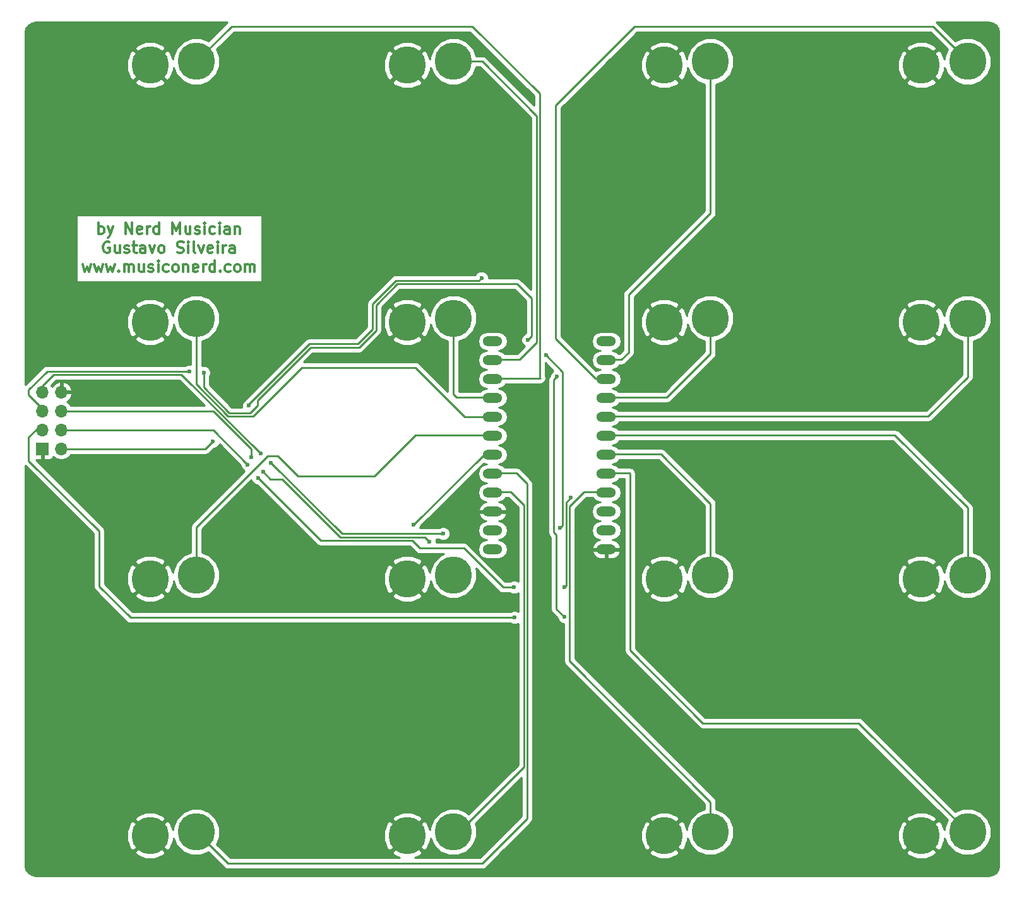
<source format=gbr>
G04 #@! TF.FileFunction,Copper,L1,Top,Signal*
%FSLAX46Y46*%
G04 Gerber Fmt 4.6, Leading zero omitted, Abs format (unit mm)*
G04 Created by KiCad (PCBNEW 4.0.6) date Sunday, June 10, 2018 'PMt' 08:16:35 PM*
%MOMM*%
%LPD*%
G01*
G04 APERTURE LIST*
%ADD10C,0.100000*%
%ADD11C,0.300000*%
%ADD12C,5.000000*%
%ADD13O,2.641600X1.320800*%
%ADD14R,1.700000X1.700000*%
%ADD15O,1.700000X1.700000*%
%ADD16C,0.600000*%
%ADD17C,0.250000*%
%ADD18C,0.254000*%
G04 APERTURE END LIST*
D10*
D11*
X94535714Y-61128571D02*
X94535714Y-59628571D01*
X94535714Y-60200000D02*
X94678571Y-60128571D01*
X94964285Y-60128571D01*
X95107142Y-60200000D01*
X95178571Y-60271429D01*
X95250000Y-60414286D01*
X95250000Y-60842857D01*
X95178571Y-60985714D01*
X95107142Y-61057143D01*
X94964285Y-61128571D01*
X94678571Y-61128571D01*
X94535714Y-61057143D01*
X95750000Y-60128571D02*
X96107143Y-61128571D01*
X96464285Y-60128571D02*
X96107143Y-61128571D01*
X95964285Y-61485714D01*
X95892857Y-61557143D01*
X95750000Y-61628571D01*
X98178571Y-61128571D02*
X98178571Y-59628571D01*
X99035714Y-61128571D01*
X99035714Y-59628571D01*
X100321428Y-61057143D02*
X100178571Y-61128571D01*
X99892857Y-61128571D01*
X99750000Y-61057143D01*
X99678571Y-60914286D01*
X99678571Y-60342857D01*
X99750000Y-60200000D01*
X99892857Y-60128571D01*
X100178571Y-60128571D01*
X100321428Y-60200000D01*
X100392857Y-60342857D01*
X100392857Y-60485714D01*
X99678571Y-60628571D01*
X101035714Y-61128571D02*
X101035714Y-60128571D01*
X101035714Y-60414286D02*
X101107142Y-60271429D01*
X101178571Y-60200000D01*
X101321428Y-60128571D01*
X101464285Y-60128571D01*
X102607142Y-61128571D02*
X102607142Y-59628571D01*
X102607142Y-61057143D02*
X102464285Y-61128571D01*
X102178571Y-61128571D01*
X102035713Y-61057143D01*
X101964285Y-60985714D01*
X101892856Y-60842857D01*
X101892856Y-60414286D01*
X101964285Y-60271429D01*
X102035713Y-60200000D01*
X102178571Y-60128571D01*
X102464285Y-60128571D01*
X102607142Y-60200000D01*
X104464285Y-61128571D02*
X104464285Y-59628571D01*
X104964285Y-60700000D01*
X105464285Y-59628571D01*
X105464285Y-61128571D01*
X106821428Y-60128571D02*
X106821428Y-61128571D01*
X106178571Y-60128571D02*
X106178571Y-60914286D01*
X106249999Y-61057143D01*
X106392857Y-61128571D01*
X106607142Y-61128571D01*
X106749999Y-61057143D01*
X106821428Y-60985714D01*
X107464285Y-61057143D02*
X107607142Y-61128571D01*
X107892857Y-61128571D01*
X108035714Y-61057143D01*
X108107142Y-60914286D01*
X108107142Y-60842857D01*
X108035714Y-60700000D01*
X107892857Y-60628571D01*
X107678571Y-60628571D01*
X107535714Y-60557143D01*
X107464285Y-60414286D01*
X107464285Y-60342857D01*
X107535714Y-60200000D01*
X107678571Y-60128571D01*
X107892857Y-60128571D01*
X108035714Y-60200000D01*
X108750000Y-61128571D02*
X108750000Y-60128571D01*
X108750000Y-59628571D02*
X108678571Y-59700000D01*
X108750000Y-59771429D01*
X108821428Y-59700000D01*
X108750000Y-59628571D01*
X108750000Y-59771429D01*
X110107143Y-61057143D02*
X109964286Y-61128571D01*
X109678572Y-61128571D01*
X109535714Y-61057143D01*
X109464286Y-60985714D01*
X109392857Y-60842857D01*
X109392857Y-60414286D01*
X109464286Y-60271429D01*
X109535714Y-60200000D01*
X109678572Y-60128571D01*
X109964286Y-60128571D01*
X110107143Y-60200000D01*
X110750000Y-61128571D02*
X110750000Y-60128571D01*
X110750000Y-59628571D02*
X110678571Y-59700000D01*
X110750000Y-59771429D01*
X110821428Y-59700000D01*
X110750000Y-59628571D01*
X110750000Y-59771429D01*
X112107143Y-61128571D02*
X112107143Y-60342857D01*
X112035714Y-60200000D01*
X111892857Y-60128571D01*
X111607143Y-60128571D01*
X111464286Y-60200000D01*
X112107143Y-61057143D02*
X111964286Y-61128571D01*
X111607143Y-61128571D01*
X111464286Y-61057143D01*
X111392857Y-60914286D01*
X111392857Y-60771429D01*
X111464286Y-60628571D01*
X111607143Y-60557143D01*
X111964286Y-60557143D01*
X112107143Y-60485714D01*
X112821429Y-60128571D02*
X112821429Y-61128571D01*
X112821429Y-60271429D02*
X112892857Y-60200000D01*
X113035715Y-60128571D01*
X113250000Y-60128571D01*
X113392857Y-60200000D01*
X113464286Y-60342857D01*
X113464286Y-61128571D01*
X96000000Y-62250000D02*
X95857143Y-62178571D01*
X95642857Y-62178571D01*
X95428572Y-62250000D01*
X95285714Y-62392857D01*
X95214286Y-62535714D01*
X95142857Y-62821429D01*
X95142857Y-63035714D01*
X95214286Y-63321429D01*
X95285714Y-63464286D01*
X95428572Y-63607143D01*
X95642857Y-63678571D01*
X95785714Y-63678571D01*
X96000000Y-63607143D01*
X96071429Y-63535714D01*
X96071429Y-63035714D01*
X95785714Y-63035714D01*
X97357143Y-62678571D02*
X97357143Y-63678571D01*
X96714286Y-62678571D02*
X96714286Y-63464286D01*
X96785714Y-63607143D01*
X96928572Y-63678571D01*
X97142857Y-63678571D01*
X97285714Y-63607143D01*
X97357143Y-63535714D01*
X98000000Y-63607143D02*
X98142857Y-63678571D01*
X98428572Y-63678571D01*
X98571429Y-63607143D01*
X98642857Y-63464286D01*
X98642857Y-63392857D01*
X98571429Y-63250000D01*
X98428572Y-63178571D01*
X98214286Y-63178571D01*
X98071429Y-63107143D01*
X98000000Y-62964286D01*
X98000000Y-62892857D01*
X98071429Y-62750000D01*
X98214286Y-62678571D01*
X98428572Y-62678571D01*
X98571429Y-62750000D01*
X99071429Y-62678571D02*
X99642858Y-62678571D01*
X99285715Y-62178571D02*
X99285715Y-63464286D01*
X99357143Y-63607143D01*
X99500001Y-63678571D01*
X99642858Y-63678571D01*
X100785715Y-63678571D02*
X100785715Y-62892857D01*
X100714286Y-62750000D01*
X100571429Y-62678571D01*
X100285715Y-62678571D01*
X100142858Y-62750000D01*
X100785715Y-63607143D02*
X100642858Y-63678571D01*
X100285715Y-63678571D01*
X100142858Y-63607143D01*
X100071429Y-63464286D01*
X100071429Y-63321429D01*
X100142858Y-63178571D01*
X100285715Y-63107143D01*
X100642858Y-63107143D01*
X100785715Y-63035714D01*
X101357144Y-62678571D02*
X101714287Y-63678571D01*
X102071429Y-62678571D01*
X102857144Y-63678571D02*
X102714286Y-63607143D01*
X102642858Y-63535714D01*
X102571429Y-63392857D01*
X102571429Y-62964286D01*
X102642858Y-62821429D01*
X102714286Y-62750000D01*
X102857144Y-62678571D01*
X103071429Y-62678571D01*
X103214286Y-62750000D01*
X103285715Y-62821429D01*
X103357144Y-62964286D01*
X103357144Y-63392857D01*
X103285715Y-63535714D01*
X103214286Y-63607143D01*
X103071429Y-63678571D01*
X102857144Y-63678571D01*
X105071429Y-63607143D02*
X105285715Y-63678571D01*
X105642858Y-63678571D01*
X105785715Y-63607143D01*
X105857144Y-63535714D01*
X105928572Y-63392857D01*
X105928572Y-63250000D01*
X105857144Y-63107143D01*
X105785715Y-63035714D01*
X105642858Y-62964286D01*
X105357144Y-62892857D01*
X105214286Y-62821429D01*
X105142858Y-62750000D01*
X105071429Y-62607143D01*
X105071429Y-62464286D01*
X105142858Y-62321429D01*
X105214286Y-62250000D01*
X105357144Y-62178571D01*
X105714286Y-62178571D01*
X105928572Y-62250000D01*
X106571429Y-63678571D02*
X106571429Y-62678571D01*
X106571429Y-62178571D02*
X106500000Y-62250000D01*
X106571429Y-62321429D01*
X106642857Y-62250000D01*
X106571429Y-62178571D01*
X106571429Y-62321429D01*
X107500001Y-63678571D02*
X107357143Y-63607143D01*
X107285715Y-63464286D01*
X107285715Y-62178571D01*
X107928572Y-62678571D02*
X108285715Y-63678571D01*
X108642857Y-62678571D01*
X109785714Y-63607143D02*
X109642857Y-63678571D01*
X109357143Y-63678571D01*
X109214286Y-63607143D01*
X109142857Y-63464286D01*
X109142857Y-62892857D01*
X109214286Y-62750000D01*
X109357143Y-62678571D01*
X109642857Y-62678571D01*
X109785714Y-62750000D01*
X109857143Y-62892857D01*
X109857143Y-63035714D01*
X109142857Y-63178571D01*
X110500000Y-63678571D02*
X110500000Y-62678571D01*
X110500000Y-62178571D02*
X110428571Y-62250000D01*
X110500000Y-62321429D01*
X110571428Y-62250000D01*
X110500000Y-62178571D01*
X110500000Y-62321429D01*
X111214286Y-63678571D02*
X111214286Y-62678571D01*
X111214286Y-62964286D02*
X111285714Y-62821429D01*
X111357143Y-62750000D01*
X111500000Y-62678571D01*
X111642857Y-62678571D01*
X112785714Y-63678571D02*
X112785714Y-62892857D01*
X112714285Y-62750000D01*
X112571428Y-62678571D01*
X112285714Y-62678571D01*
X112142857Y-62750000D01*
X112785714Y-63607143D02*
X112642857Y-63678571D01*
X112285714Y-63678571D01*
X112142857Y-63607143D01*
X112071428Y-63464286D01*
X112071428Y-63321429D01*
X112142857Y-63178571D01*
X112285714Y-63107143D01*
X112642857Y-63107143D01*
X112785714Y-63035714D01*
X92392857Y-65228571D02*
X92678571Y-66228571D01*
X92964285Y-65514286D01*
X93250000Y-66228571D01*
X93535714Y-65228571D01*
X93964286Y-65228571D02*
X94250000Y-66228571D01*
X94535714Y-65514286D01*
X94821429Y-66228571D01*
X95107143Y-65228571D01*
X95535715Y-65228571D02*
X95821429Y-66228571D01*
X96107143Y-65514286D01*
X96392858Y-66228571D01*
X96678572Y-65228571D01*
X97250001Y-66085714D02*
X97321429Y-66157143D01*
X97250001Y-66228571D01*
X97178572Y-66157143D01*
X97250001Y-66085714D01*
X97250001Y-66228571D01*
X97964287Y-66228571D02*
X97964287Y-65228571D01*
X97964287Y-65371429D02*
X98035715Y-65300000D01*
X98178573Y-65228571D01*
X98392858Y-65228571D01*
X98535715Y-65300000D01*
X98607144Y-65442857D01*
X98607144Y-66228571D01*
X98607144Y-65442857D02*
X98678573Y-65300000D01*
X98821430Y-65228571D01*
X99035715Y-65228571D01*
X99178573Y-65300000D01*
X99250001Y-65442857D01*
X99250001Y-66228571D01*
X100607144Y-65228571D02*
X100607144Y-66228571D01*
X99964287Y-65228571D02*
X99964287Y-66014286D01*
X100035715Y-66157143D01*
X100178573Y-66228571D01*
X100392858Y-66228571D01*
X100535715Y-66157143D01*
X100607144Y-66085714D01*
X101250001Y-66157143D02*
X101392858Y-66228571D01*
X101678573Y-66228571D01*
X101821430Y-66157143D01*
X101892858Y-66014286D01*
X101892858Y-65942857D01*
X101821430Y-65800000D01*
X101678573Y-65728571D01*
X101464287Y-65728571D01*
X101321430Y-65657143D01*
X101250001Y-65514286D01*
X101250001Y-65442857D01*
X101321430Y-65300000D01*
X101464287Y-65228571D01*
X101678573Y-65228571D01*
X101821430Y-65300000D01*
X102535716Y-66228571D02*
X102535716Y-65228571D01*
X102535716Y-64728571D02*
X102464287Y-64800000D01*
X102535716Y-64871429D01*
X102607144Y-64800000D01*
X102535716Y-64728571D01*
X102535716Y-64871429D01*
X103892859Y-66157143D02*
X103750002Y-66228571D01*
X103464288Y-66228571D01*
X103321430Y-66157143D01*
X103250002Y-66085714D01*
X103178573Y-65942857D01*
X103178573Y-65514286D01*
X103250002Y-65371429D01*
X103321430Y-65300000D01*
X103464288Y-65228571D01*
X103750002Y-65228571D01*
X103892859Y-65300000D01*
X104750002Y-66228571D02*
X104607144Y-66157143D01*
X104535716Y-66085714D01*
X104464287Y-65942857D01*
X104464287Y-65514286D01*
X104535716Y-65371429D01*
X104607144Y-65300000D01*
X104750002Y-65228571D01*
X104964287Y-65228571D01*
X105107144Y-65300000D01*
X105178573Y-65371429D01*
X105250002Y-65514286D01*
X105250002Y-65942857D01*
X105178573Y-66085714D01*
X105107144Y-66157143D01*
X104964287Y-66228571D01*
X104750002Y-66228571D01*
X105892859Y-65228571D02*
X105892859Y-66228571D01*
X105892859Y-65371429D02*
X105964287Y-65300000D01*
X106107145Y-65228571D01*
X106321430Y-65228571D01*
X106464287Y-65300000D01*
X106535716Y-65442857D01*
X106535716Y-66228571D01*
X107821430Y-66157143D02*
X107678573Y-66228571D01*
X107392859Y-66228571D01*
X107250002Y-66157143D01*
X107178573Y-66014286D01*
X107178573Y-65442857D01*
X107250002Y-65300000D01*
X107392859Y-65228571D01*
X107678573Y-65228571D01*
X107821430Y-65300000D01*
X107892859Y-65442857D01*
X107892859Y-65585714D01*
X107178573Y-65728571D01*
X108535716Y-66228571D02*
X108535716Y-65228571D01*
X108535716Y-65514286D02*
X108607144Y-65371429D01*
X108678573Y-65300000D01*
X108821430Y-65228571D01*
X108964287Y-65228571D01*
X110107144Y-66228571D02*
X110107144Y-64728571D01*
X110107144Y-66157143D02*
X109964287Y-66228571D01*
X109678573Y-66228571D01*
X109535715Y-66157143D01*
X109464287Y-66085714D01*
X109392858Y-65942857D01*
X109392858Y-65514286D01*
X109464287Y-65371429D01*
X109535715Y-65300000D01*
X109678573Y-65228571D01*
X109964287Y-65228571D01*
X110107144Y-65300000D01*
X110821430Y-66085714D02*
X110892858Y-66157143D01*
X110821430Y-66228571D01*
X110750001Y-66157143D01*
X110821430Y-66085714D01*
X110821430Y-66228571D01*
X112178573Y-66157143D02*
X112035716Y-66228571D01*
X111750002Y-66228571D01*
X111607144Y-66157143D01*
X111535716Y-66085714D01*
X111464287Y-65942857D01*
X111464287Y-65514286D01*
X111535716Y-65371429D01*
X111607144Y-65300000D01*
X111750002Y-65228571D01*
X112035716Y-65228571D01*
X112178573Y-65300000D01*
X113035716Y-66228571D02*
X112892858Y-66157143D01*
X112821430Y-66085714D01*
X112750001Y-65942857D01*
X112750001Y-65514286D01*
X112821430Y-65371429D01*
X112892858Y-65300000D01*
X113035716Y-65228571D01*
X113250001Y-65228571D01*
X113392858Y-65300000D01*
X113464287Y-65371429D01*
X113535716Y-65514286D01*
X113535716Y-65942857D01*
X113464287Y-66085714D01*
X113392858Y-66157143D01*
X113250001Y-66228571D01*
X113035716Y-66228571D01*
X114178573Y-66228571D02*
X114178573Y-65228571D01*
X114178573Y-65371429D02*
X114250001Y-65300000D01*
X114392859Y-65228571D01*
X114607144Y-65228571D01*
X114750001Y-65300000D01*
X114821430Y-65442857D01*
X114821430Y-66228571D01*
X114821430Y-65442857D02*
X114892859Y-65300000D01*
X115035716Y-65228571D01*
X115250001Y-65228571D01*
X115392859Y-65300000D01*
X115464287Y-65442857D01*
X115464287Y-66228571D01*
D12*
X135912000Y-72956000D03*
X142112000Y-72456000D03*
X170390000Y-38478000D03*
X176590000Y-37978000D03*
D13*
X162620000Y-75530000D03*
X162620000Y-78070000D03*
X162620000Y-80610000D03*
X162620000Y-83150000D03*
X162620000Y-85690000D03*
X162620000Y-88230000D03*
X162620000Y-90770000D03*
X162620000Y-93310000D03*
X162620000Y-95850000D03*
X162620000Y-98390000D03*
X162620000Y-100930000D03*
X162620000Y-103470000D03*
X147380000Y-103470000D03*
X147380000Y-100930000D03*
X147380000Y-98390000D03*
X147380000Y-95850000D03*
X147380000Y-93310000D03*
X147380000Y-90770000D03*
X147380000Y-88230000D03*
X147380000Y-85690000D03*
X147380000Y-83150000D03*
X147380000Y-80610000D03*
X147380000Y-78070000D03*
X147380000Y-75530000D03*
D12*
X101434000Y-38478000D03*
X107634000Y-37978000D03*
X101434000Y-72956000D03*
X107634000Y-72456000D03*
X101434000Y-107434000D03*
X107634000Y-106934000D03*
X101434000Y-141912000D03*
X107634000Y-141412000D03*
X135912000Y-38478000D03*
X142112000Y-37978000D03*
X135912000Y-107434000D03*
X142112000Y-106934000D03*
X135912000Y-141912000D03*
X142112000Y-141412000D03*
X170390000Y-72956000D03*
X176590000Y-72456000D03*
X170390000Y-107434000D03*
X176590000Y-106934000D03*
X170390000Y-141912000D03*
X176590000Y-141412000D03*
X204868000Y-38478000D03*
X211068000Y-37978000D03*
X204868000Y-72956000D03*
X211068000Y-72456000D03*
X204868000Y-107434000D03*
X211068000Y-106934000D03*
X204868000Y-141912000D03*
X211068000Y-141412000D03*
D14*
X87000000Y-90000000D03*
D15*
X89540000Y-90000000D03*
X87000000Y-87460000D03*
X89540000Y-87460000D03*
X87000000Y-84920000D03*
X89540000Y-84920000D03*
X87000000Y-82380000D03*
X89540000Y-82380000D03*
D16*
X156020000Y-80280000D03*
X157000000Y-112550000D03*
X150330000Y-112640000D03*
X136790000Y-100190000D03*
X114530000Y-92090000D03*
X115900000Y-93880000D03*
X150260000Y-108570000D03*
X157850000Y-96550000D03*
X157010000Y-108570000D03*
X108630000Y-79740000D03*
X106730000Y-79570000D03*
X156440000Y-100580000D03*
X154530000Y-77420000D03*
X152130000Y-75360000D03*
X116280000Y-90640000D03*
X117650000Y-91860000D03*
X140760000Y-101370000D03*
X115020000Y-91140000D03*
X116590000Y-93040000D03*
X138920000Y-102430000D03*
X145880000Y-67030000D03*
X109880000Y-88990000D03*
X114680000Y-84190000D03*
D17*
X87000000Y-87460000D02*
X86100000Y-87460000D01*
X155600000Y-80700000D02*
X156020000Y-80280000D01*
X155600000Y-101200000D02*
X155600000Y-80700000D01*
X155930000Y-101530000D02*
X155600000Y-101200000D01*
X155930000Y-111480000D02*
X155930000Y-101530000D01*
X157000000Y-112550000D02*
X155930000Y-111480000D01*
X98800000Y-112640000D02*
X150330000Y-112640000D01*
X94620000Y-108460000D02*
X98800000Y-112640000D01*
X94620000Y-101040000D02*
X94620000Y-108460000D01*
X85160000Y-91580000D02*
X94620000Y-101040000D01*
X85160000Y-88400000D02*
X85160000Y-91580000D01*
X86100000Y-87460000D02*
X85160000Y-88400000D01*
X142112000Y-37978000D02*
X145958000Y-37978000D01*
X145958000Y-37978000D02*
X153240000Y-45260000D01*
X150980000Y-77970000D02*
X147380000Y-77970000D01*
X153240000Y-75710000D02*
X150980000Y-77970000D01*
X153240000Y-45260000D02*
X153240000Y-75710000D01*
X112372000Y-33240000D02*
X107634000Y-37978000D01*
X144660000Y-33240000D02*
X112372000Y-33240000D01*
X153690002Y-42270002D02*
X144660000Y-33240000D01*
X153690002Y-80420002D02*
X153690002Y-42270002D01*
X147380000Y-80510000D02*
X153780000Y-80510000D01*
X153780000Y-80510000D02*
X153690002Y-80420002D01*
X142112000Y-72456000D02*
X142112000Y-82628000D01*
X142112000Y-82628000D02*
X142534000Y-83050000D01*
X142534000Y-83050000D02*
X147380000Y-83050000D01*
X115180000Y-85590000D02*
X115270000Y-85590000D01*
X143640000Y-85690000D02*
X147380000Y-85690000D01*
X137010000Y-79060000D02*
X143640000Y-85690000D01*
X121800000Y-79060000D02*
X137010000Y-79060000D01*
X115270000Y-85590000D02*
X121800000Y-79060000D01*
X107634000Y-72456000D02*
X107634000Y-81324000D01*
X107634000Y-81324000D02*
X111900000Y-85590000D01*
X111900000Y-85590000D02*
X115180000Y-85590000D01*
X117200000Y-90910000D02*
X118570000Y-90910000D01*
X131560000Y-93610000D02*
X137040000Y-88130000D01*
X121270000Y-93610000D02*
X131560000Y-93610000D01*
X118570000Y-90910000D02*
X121270000Y-93610000D01*
X137040000Y-88130000D02*
X137040000Y-88190000D01*
X137040000Y-88190000D02*
X137040000Y-88130000D01*
X107634000Y-106934000D02*
X107634000Y-100476000D01*
X107634000Y-100476000D02*
X117200000Y-90910000D01*
X137040000Y-88130000D02*
X147380000Y-88130000D01*
X136790000Y-100190000D02*
X146210000Y-90770000D01*
X146210000Y-90770000D02*
X147380000Y-90770000D01*
X111872000Y-145650000D02*
X107634000Y-141412000D01*
X145980000Y-145650000D02*
X111872000Y-145650000D01*
X152010002Y-139619998D02*
X145980000Y-145650000D01*
X152010002Y-94690002D02*
X152010002Y-139619998D01*
X147380000Y-93210000D02*
X150530000Y-93210000D01*
X150530000Y-93210000D02*
X152010002Y-94690002D01*
X142112000Y-141412000D02*
X142868000Y-141412000D01*
X142868000Y-141412000D02*
X151560000Y-132720000D01*
X151560000Y-132720000D02*
X151560000Y-97500000D01*
X151560000Y-97500000D02*
X149810000Y-95750000D01*
X149810000Y-95750000D02*
X147380000Y-95750000D01*
X109900000Y-87460000D02*
X114530000Y-92090000D01*
X115900000Y-93880000D02*
X124290004Y-102270004D01*
X124290004Y-102270004D02*
X136580004Y-102270004D01*
X136580004Y-102270004D02*
X137630000Y-103320000D01*
X137630000Y-103320000D02*
X143500000Y-103320000D01*
X143500000Y-103320000D02*
X148750000Y-108570000D01*
X148750000Y-108570000D02*
X150260000Y-108570000D01*
X89540000Y-87460000D02*
X109900000Y-87460000D01*
X157229998Y-97170002D02*
X157850000Y-96550000D01*
X157229998Y-108350002D02*
X157229998Y-97170002D01*
X157010000Y-108570000D02*
X157229998Y-108350002D01*
X89905000Y-87095000D02*
X89540000Y-87460000D01*
X131750000Y-73990000D02*
X131750000Y-74076398D01*
X115820000Y-84170000D02*
X114850002Y-85139998D01*
X115820000Y-83466398D02*
X115820000Y-84170000D01*
X122946396Y-76340002D02*
X115820000Y-83466398D01*
X129486396Y-76340002D02*
X122946396Y-76340002D01*
X131750000Y-74076398D02*
X129486396Y-76340002D01*
X108630000Y-79740000D02*
X108630000Y-81683602D01*
X108630000Y-81683602D02*
X112086396Y-85139998D01*
X112086396Y-85139998D02*
X114850002Y-85139998D01*
X87000000Y-84620000D02*
X85130000Y-82750000D01*
X106709998Y-79549998D02*
X106730000Y-79570000D01*
X87640002Y-79549998D02*
X106709998Y-79549998D01*
X85130000Y-82060000D02*
X87640002Y-79549998D01*
X85130000Y-82750000D02*
X85130000Y-82060000D01*
X156779996Y-100240004D02*
X156440000Y-100580000D01*
X156779996Y-79669996D02*
X156779996Y-100240004D01*
X154530000Y-77420000D02*
X156779996Y-79669996D01*
X152630000Y-74860000D02*
X152130000Y-75360000D01*
X152630000Y-69800002D02*
X152630000Y-74860000D01*
X150659998Y-67830000D02*
X152630000Y-69800002D01*
X134600000Y-67830000D02*
X150659998Y-67830000D01*
X131750000Y-70680000D02*
X134600000Y-67830000D01*
X131750000Y-73990000D02*
X131750000Y-70680000D01*
X87000000Y-84920000D02*
X87000000Y-84620000D01*
X87000000Y-84920000D02*
X86710000Y-84920000D01*
X87000000Y-81500000D02*
X88500000Y-80000000D01*
X88500000Y-80000000D02*
X105650000Y-80000000D01*
X105650000Y-80000000D02*
X116280000Y-90630000D01*
X116280000Y-90630000D02*
X116280000Y-90640000D01*
X117650000Y-91860000D02*
X127160000Y-101370000D01*
X127160000Y-101370000D02*
X140760000Y-101370000D01*
X87000000Y-82380000D02*
X87000000Y-81500000D01*
X109900000Y-84920000D02*
X115020000Y-90040000D01*
X115020000Y-90040000D02*
X115020000Y-91140000D01*
X116590000Y-93040000D02*
X117580000Y-94030000D01*
X117580000Y-94030000D02*
X119183602Y-94030000D01*
X119183602Y-94030000D02*
X126973604Y-101820002D01*
X126973604Y-101820002D02*
X138310002Y-101820002D01*
X138310002Y-101820002D02*
X138920000Y-102430000D01*
X109900000Y-84920000D02*
X89540000Y-84920000D01*
X159670000Y-95750000D02*
X162620000Y-95750000D01*
X157680000Y-97740000D02*
X159670000Y-95750000D01*
X157680000Y-118470000D02*
X157680000Y-97740000D01*
X176590000Y-141412000D02*
X176590000Y-137380000D01*
X176590000Y-137380000D02*
X157680000Y-118470000D01*
X162620000Y-93210000D02*
X165750000Y-93210000D01*
X165810000Y-93270000D02*
X165810000Y-117040000D01*
X165750000Y-93210000D02*
X165810000Y-93270000D01*
X196456000Y-126800000D02*
X211068000Y-141412000D01*
X175570000Y-126800000D02*
X196456000Y-126800000D01*
X165810000Y-117040000D02*
X175570000Y-126800000D01*
X162620000Y-90670000D02*
X169920000Y-90670000D01*
X169920000Y-90670000D02*
X176580000Y-97330000D01*
X176580000Y-97330000D02*
X176580000Y-106924000D01*
X176580000Y-106924000D02*
X176590000Y-106934000D01*
X201310000Y-88130000D02*
X162620000Y-88130000D01*
X211068000Y-106934000D02*
X211068000Y-97888000D01*
X211068000Y-97888000D02*
X201310000Y-88130000D01*
X205800000Y-85590000D02*
X162620000Y-85590000D01*
X211068000Y-72456000D02*
X211068000Y-80322000D01*
X211068000Y-80322000D02*
X205800000Y-85590000D01*
X162620000Y-83050000D02*
X170750000Y-83050000D01*
X170750000Y-83050000D02*
X176590000Y-77210000D01*
X176590000Y-77210000D02*
X176590000Y-72456000D01*
X162620000Y-80510000D02*
X161180000Y-80510000D01*
X161180000Y-80510000D02*
X155850000Y-75180000D01*
X206410000Y-33320000D02*
X211068000Y-37978000D01*
X166430000Y-33320000D02*
X206410000Y-33320000D01*
X155850000Y-43900000D02*
X166430000Y-33320000D01*
X155850000Y-75180000D02*
X155850000Y-43900000D01*
X164650000Y-77970000D02*
X162620000Y-77970000D01*
X165610000Y-77010000D02*
X164650000Y-77970000D01*
X165610000Y-69290000D02*
X165610000Y-77010000D01*
X176590000Y-37978000D02*
X176590000Y-58310000D01*
X176590000Y-58310000D02*
X165610000Y-69290000D01*
X114680000Y-84190000D02*
X114680000Y-83970000D01*
X129300000Y-75890000D02*
X131299998Y-73890002D01*
X122760000Y-75890000D02*
X129300000Y-75890000D01*
X114680000Y-83970000D02*
X122760000Y-75890000D01*
X145880000Y-67030000D02*
X145530002Y-67379998D01*
X145530002Y-67379998D02*
X134413604Y-67379998D01*
X134413604Y-67379998D02*
X131299998Y-70493604D01*
X131299998Y-70493604D02*
X131299998Y-73890002D01*
X108870000Y-90000000D02*
X89540000Y-90000000D01*
X109880000Y-88990000D02*
X108870000Y-90000000D01*
D18*
G36*
X214488338Y-32821046D02*
X214902333Y-33097669D01*
X215178953Y-33511660D01*
X215290000Y-34069931D01*
X215290000Y-145930069D01*
X215178953Y-146488340D01*
X214902333Y-146902331D01*
X214488338Y-147178954D01*
X213930069Y-147290000D01*
X86069931Y-147290000D01*
X85511660Y-147178953D01*
X85097669Y-146902333D01*
X84821046Y-146488338D01*
X84710000Y-145930069D01*
X84710000Y-144147880D01*
X99377725Y-144147880D01*
X99659421Y-144570564D01*
X100811892Y-145047294D01*
X102059072Y-145046705D01*
X103208579Y-144570564D01*
X103490275Y-144147880D01*
X101434000Y-142091605D01*
X99377725Y-144147880D01*
X84710000Y-144147880D01*
X84710000Y-141289892D01*
X98298706Y-141289892D01*
X98299295Y-142537072D01*
X98775436Y-143686579D01*
X99198120Y-143968275D01*
X101254395Y-141912000D01*
X99198120Y-139855725D01*
X98775436Y-140137421D01*
X98298706Y-141289892D01*
X84710000Y-141289892D01*
X84710000Y-139676120D01*
X99377725Y-139676120D01*
X101434000Y-141732395D01*
X103490275Y-139676120D01*
X103208579Y-139253436D01*
X102056108Y-138776706D01*
X100808928Y-138777295D01*
X99659421Y-139253436D01*
X99377725Y-139676120D01*
X84710000Y-139676120D01*
X84710000Y-92204802D01*
X93860000Y-101354802D01*
X93860000Y-108460000D01*
X93917852Y-108750839D01*
X94082599Y-108997401D01*
X98262599Y-113177401D01*
X98509161Y-113342148D01*
X98800000Y-113400000D01*
X149767537Y-113400000D01*
X149799673Y-113432192D01*
X150143201Y-113574838D01*
X150515167Y-113575162D01*
X150800000Y-113457472D01*
X150800000Y-132405198D01*
X144169519Y-139035679D01*
X143890153Y-138755826D01*
X142738326Y-138277546D01*
X141491146Y-138276457D01*
X140338485Y-138752727D01*
X139455826Y-139633847D01*
X138977546Y-140785674D01*
X138977255Y-141119260D01*
X138570564Y-140137421D01*
X138147880Y-139855725D01*
X136091605Y-141912000D01*
X138147880Y-143968275D01*
X138570564Y-143686579D01*
X139047294Y-142534108D01*
X139047138Y-142203915D01*
X139452727Y-143185515D01*
X140333847Y-144068174D01*
X141485674Y-144546454D01*
X142732854Y-144547543D01*
X143885515Y-144071273D01*
X144768174Y-143190153D01*
X145246454Y-142038326D01*
X145247543Y-140791146D01*
X145047587Y-140307215D01*
X151250002Y-134104800D01*
X151250002Y-139305196D01*
X145665198Y-144890000D01*
X136915392Y-144890000D01*
X137686579Y-144570564D01*
X137968275Y-144147880D01*
X135912000Y-142091605D01*
X133855725Y-144147880D01*
X134137421Y-144570564D01*
X134909642Y-144890000D01*
X112186802Y-144890000D01*
X110347910Y-143051108D01*
X110768454Y-142038326D01*
X110769107Y-141289892D01*
X132776706Y-141289892D01*
X132777295Y-142537072D01*
X133253436Y-143686579D01*
X133676120Y-143968275D01*
X135732395Y-141912000D01*
X133676120Y-139855725D01*
X133253436Y-140137421D01*
X132776706Y-141289892D01*
X110769107Y-141289892D01*
X110769543Y-140791146D01*
X110308824Y-139676120D01*
X133855725Y-139676120D01*
X135912000Y-141732395D01*
X137968275Y-139676120D01*
X137686579Y-139253436D01*
X136534108Y-138776706D01*
X135286928Y-138777295D01*
X134137421Y-139253436D01*
X133855725Y-139676120D01*
X110308824Y-139676120D01*
X110293273Y-139638485D01*
X109412153Y-138755826D01*
X108260326Y-138277546D01*
X107013146Y-138276457D01*
X105860485Y-138752727D01*
X104977826Y-139633847D01*
X104499546Y-140785674D01*
X104499255Y-141119260D01*
X104092564Y-140137421D01*
X103669880Y-139855725D01*
X101613605Y-141912000D01*
X103669880Y-143968275D01*
X104092564Y-143686579D01*
X104569294Y-142534108D01*
X104569138Y-142203915D01*
X104974727Y-143185515D01*
X105855847Y-144068174D01*
X107007674Y-144546454D01*
X108254854Y-144547543D01*
X109273744Y-144126546D01*
X111334599Y-146187401D01*
X111581161Y-146352148D01*
X111872000Y-146410000D01*
X145980000Y-146410000D01*
X146270839Y-146352148D01*
X146517401Y-146187401D01*
X148556922Y-144147880D01*
X168333725Y-144147880D01*
X168615421Y-144570564D01*
X169767892Y-145047294D01*
X171015072Y-145046705D01*
X172164579Y-144570564D01*
X172446275Y-144147880D01*
X170390000Y-142091605D01*
X168333725Y-144147880D01*
X148556922Y-144147880D01*
X151414910Y-141289892D01*
X167254706Y-141289892D01*
X167255295Y-142537072D01*
X167731436Y-143686579D01*
X168154120Y-143968275D01*
X170210395Y-141912000D01*
X168154120Y-139855725D01*
X167731436Y-140137421D01*
X167254706Y-141289892D01*
X151414910Y-141289892D01*
X152547403Y-140157399D01*
X152712150Y-139910837D01*
X152758838Y-139676120D01*
X168333725Y-139676120D01*
X170390000Y-141732395D01*
X172446275Y-139676120D01*
X172164579Y-139253436D01*
X171012108Y-138776706D01*
X169764928Y-138777295D01*
X168615421Y-139253436D01*
X168333725Y-139676120D01*
X152758838Y-139676120D01*
X152770002Y-139619998D01*
X152770002Y-94690002D01*
X152712150Y-94399163D01*
X152547403Y-94152601D01*
X151067401Y-92672599D01*
X150820839Y-92507852D01*
X150530000Y-92450000D01*
X149032111Y-92450000D01*
X148994702Y-92394014D01*
X148574444Y-92113206D01*
X148206411Y-92040000D01*
X148574444Y-91966794D01*
X148994702Y-91685986D01*
X149275510Y-91265728D01*
X149374116Y-90770000D01*
X149275510Y-90274272D01*
X148994702Y-89854014D01*
X148574444Y-89573206D01*
X148206411Y-89500000D01*
X148574444Y-89426794D01*
X148994702Y-89145986D01*
X149275510Y-88725728D01*
X149374116Y-88230000D01*
X149275510Y-87734272D01*
X148994702Y-87314014D01*
X148574444Y-87033206D01*
X148206411Y-86960000D01*
X148574444Y-86886794D01*
X148994702Y-86605986D01*
X149275510Y-86185728D01*
X149374116Y-85690000D01*
X149275510Y-85194272D01*
X148994702Y-84774014D01*
X148574444Y-84493206D01*
X148206411Y-84420000D01*
X148574444Y-84346794D01*
X148994702Y-84065986D01*
X149275510Y-83645728D01*
X149374116Y-83150000D01*
X149275510Y-82654272D01*
X148994702Y-82234014D01*
X148574444Y-81953206D01*
X148206411Y-81880000D01*
X148574444Y-81806794D01*
X148994702Y-81525986D01*
X149165747Y-81270000D01*
X153780000Y-81270000D01*
X154070839Y-81212148D01*
X154317401Y-81047401D01*
X154482148Y-80800839D01*
X154540000Y-80510000D01*
X154519942Y-80409161D01*
X154482148Y-80219160D01*
X154450002Y-80171050D01*
X154450002Y-78414804D01*
X155513010Y-79477812D01*
X155491057Y-79486883D01*
X155227808Y-79749673D01*
X155085162Y-80093201D01*
X155085121Y-80140077D01*
X155062599Y-80162599D01*
X154897852Y-80409161D01*
X154840000Y-80700000D01*
X154840000Y-101200000D01*
X154897852Y-101490839D01*
X155062599Y-101737401D01*
X155170000Y-101844802D01*
X155170000Y-111480000D01*
X155227852Y-111770839D01*
X155392599Y-112017401D01*
X156064878Y-112689680D01*
X156064838Y-112735167D01*
X156206883Y-113078943D01*
X156469673Y-113342192D01*
X156813201Y-113484838D01*
X156920000Y-113484931D01*
X156920000Y-118470000D01*
X156977852Y-118760839D01*
X157142599Y-119007401D01*
X175830000Y-137694802D01*
X175830000Y-138333951D01*
X174816485Y-138752727D01*
X173933826Y-139633847D01*
X173455546Y-140785674D01*
X173455255Y-141119260D01*
X173048564Y-140137421D01*
X172625880Y-139855725D01*
X170569605Y-141912000D01*
X172625880Y-143968275D01*
X173048564Y-143686579D01*
X173525294Y-142534108D01*
X173525138Y-142203915D01*
X173930727Y-143185515D01*
X174811847Y-144068174D01*
X175963674Y-144546454D01*
X177210854Y-144547543D01*
X178178111Y-144147880D01*
X202811725Y-144147880D01*
X203093421Y-144570564D01*
X204245892Y-145047294D01*
X205493072Y-145046705D01*
X206642579Y-144570564D01*
X206924275Y-144147880D01*
X204868000Y-142091605D01*
X202811725Y-144147880D01*
X178178111Y-144147880D01*
X178363515Y-144071273D01*
X179246174Y-143190153D01*
X179724454Y-142038326D01*
X179725107Y-141289892D01*
X201732706Y-141289892D01*
X201733295Y-142537072D01*
X202209436Y-143686579D01*
X202632120Y-143968275D01*
X204688395Y-141912000D01*
X202632120Y-139855725D01*
X202209436Y-140137421D01*
X201732706Y-141289892D01*
X179725107Y-141289892D01*
X179725543Y-140791146D01*
X179264824Y-139676120D01*
X202811725Y-139676120D01*
X204868000Y-141732395D01*
X206924275Y-139676120D01*
X206642579Y-139253436D01*
X205490108Y-138776706D01*
X204242928Y-138777295D01*
X203093421Y-139253436D01*
X202811725Y-139676120D01*
X179264824Y-139676120D01*
X179249273Y-139638485D01*
X178368153Y-138755826D01*
X177350000Y-138333052D01*
X177350000Y-137380000D01*
X177292148Y-137089161D01*
X177292148Y-137089160D01*
X177127401Y-136842599D01*
X158440000Y-118155198D01*
X158440000Y-103797105D01*
X160706180Y-103797105D01*
X160714205Y-103848396D01*
X160953811Y-104296184D01*
X161346539Y-104618193D01*
X161832600Y-104765400D01*
X162493000Y-104765400D01*
X162493000Y-103597000D01*
X162747000Y-103597000D01*
X162747000Y-104765400D01*
X163407400Y-104765400D01*
X163893461Y-104618193D01*
X164286189Y-104296184D01*
X164525795Y-103848396D01*
X164533820Y-103797105D01*
X164409933Y-103597000D01*
X162747000Y-103597000D01*
X162493000Y-103597000D01*
X160830067Y-103597000D01*
X160706180Y-103797105D01*
X158440000Y-103797105D01*
X158440000Y-98054802D01*
X159984802Y-96510000D01*
X160834253Y-96510000D01*
X161005298Y-96765986D01*
X161425556Y-97046794D01*
X161793589Y-97120000D01*
X161425556Y-97193206D01*
X161005298Y-97474014D01*
X160724490Y-97894272D01*
X160625884Y-98390000D01*
X160724490Y-98885728D01*
X161005298Y-99305986D01*
X161425556Y-99586794D01*
X161793589Y-99660000D01*
X161425556Y-99733206D01*
X161005298Y-100014014D01*
X160724490Y-100434272D01*
X160625884Y-100930000D01*
X160724490Y-101425728D01*
X161005298Y-101845986D01*
X161425556Y-102126794D01*
X161766514Y-102194615D01*
X161346539Y-102321807D01*
X160953811Y-102643816D01*
X160714205Y-103091604D01*
X160706180Y-103142895D01*
X160830067Y-103343000D01*
X162493000Y-103343000D01*
X162493000Y-103323000D01*
X162747000Y-103323000D01*
X162747000Y-103343000D01*
X164409933Y-103343000D01*
X164533820Y-103142895D01*
X164525795Y-103091604D01*
X164286189Y-102643816D01*
X163893461Y-102321807D01*
X163473486Y-102194615D01*
X163814444Y-102126794D01*
X164234702Y-101845986D01*
X164515510Y-101425728D01*
X164614116Y-100930000D01*
X164515510Y-100434272D01*
X164234702Y-100014014D01*
X163814444Y-99733206D01*
X163446411Y-99660000D01*
X163814444Y-99586794D01*
X164234702Y-99305986D01*
X164515510Y-98885728D01*
X164614116Y-98390000D01*
X164515510Y-97894272D01*
X164234702Y-97474014D01*
X163814444Y-97193206D01*
X163446411Y-97120000D01*
X163814444Y-97046794D01*
X164234702Y-96765986D01*
X164515510Y-96345728D01*
X164614116Y-95850000D01*
X164515510Y-95354272D01*
X164234702Y-94934014D01*
X163814444Y-94653206D01*
X163446411Y-94580000D01*
X163814444Y-94506794D01*
X164234702Y-94225986D01*
X164405747Y-93970000D01*
X165050000Y-93970000D01*
X165050000Y-117040000D01*
X165107852Y-117330839D01*
X165272599Y-117577401D01*
X175032599Y-127337401D01*
X175279160Y-127502148D01*
X175570000Y-127560000D01*
X196141198Y-127560000D01*
X208354090Y-139772892D01*
X207933546Y-140785674D01*
X207933255Y-141119260D01*
X207526564Y-140137421D01*
X207103880Y-139855725D01*
X205047605Y-141912000D01*
X207103880Y-143968275D01*
X207526564Y-143686579D01*
X208003294Y-142534108D01*
X208003138Y-142203915D01*
X208408727Y-143185515D01*
X209289847Y-144068174D01*
X210441674Y-144546454D01*
X211688854Y-144547543D01*
X212841515Y-144071273D01*
X213724174Y-143190153D01*
X214202454Y-142038326D01*
X214203543Y-140791146D01*
X213727273Y-139638485D01*
X212846153Y-138755826D01*
X211694326Y-138277546D01*
X210447146Y-138276457D01*
X209428256Y-138697454D01*
X196993401Y-126262599D01*
X196746839Y-126097852D01*
X196456000Y-126040000D01*
X175884802Y-126040000D01*
X166570000Y-116725198D01*
X166570000Y-109669880D01*
X168333725Y-109669880D01*
X168615421Y-110092564D01*
X169767892Y-110569294D01*
X171015072Y-110568705D01*
X172164579Y-110092564D01*
X172446275Y-109669880D01*
X170390000Y-107613605D01*
X168333725Y-109669880D01*
X166570000Y-109669880D01*
X166570000Y-106811892D01*
X167254706Y-106811892D01*
X167255295Y-108059072D01*
X167731436Y-109208579D01*
X168154120Y-109490275D01*
X170210395Y-107434000D01*
X168154120Y-105377725D01*
X167731436Y-105659421D01*
X167254706Y-106811892D01*
X166570000Y-106811892D01*
X166570000Y-105198120D01*
X168333725Y-105198120D01*
X170390000Y-107254395D01*
X172446275Y-105198120D01*
X172164579Y-104775436D01*
X171012108Y-104298706D01*
X169764928Y-104299295D01*
X168615421Y-104775436D01*
X168333725Y-105198120D01*
X166570000Y-105198120D01*
X166570000Y-93270000D01*
X166512148Y-92979161D01*
X166347401Y-92732599D01*
X166287401Y-92672599D01*
X166040839Y-92507852D01*
X165750000Y-92450000D01*
X164272111Y-92450000D01*
X164234702Y-92394014D01*
X163814444Y-92113206D01*
X163446411Y-92040000D01*
X163814444Y-91966794D01*
X164234702Y-91685986D01*
X164405747Y-91430000D01*
X169605198Y-91430000D01*
X175820000Y-97644802D01*
X175820000Y-103860083D01*
X174816485Y-104274727D01*
X173933826Y-105155847D01*
X173455546Y-106307674D01*
X173455255Y-106641260D01*
X173048564Y-105659421D01*
X172625880Y-105377725D01*
X170569605Y-107434000D01*
X172625880Y-109490275D01*
X173048564Y-109208579D01*
X173525294Y-108056108D01*
X173525138Y-107725915D01*
X173930727Y-108707515D01*
X174811847Y-109590174D01*
X175963674Y-110068454D01*
X177210854Y-110069543D01*
X178178111Y-109669880D01*
X202811725Y-109669880D01*
X203093421Y-110092564D01*
X204245892Y-110569294D01*
X205493072Y-110568705D01*
X206642579Y-110092564D01*
X206924275Y-109669880D01*
X204868000Y-107613605D01*
X202811725Y-109669880D01*
X178178111Y-109669880D01*
X178363515Y-109593273D01*
X179246174Y-108712153D01*
X179724454Y-107560326D01*
X179725107Y-106811892D01*
X201732706Y-106811892D01*
X201733295Y-108059072D01*
X202209436Y-109208579D01*
X202632120Y-109490275D01*
X204688395Y-107434000D01*
X202632120Y-105377725D01*
X202209436Y-105659421D01*
X201732706Y-106811892D01*
X179725107Y-106811892D01*
X179725543Y-106313146D01*
X179264824Y-105198120D01*
X202811725Y-105198120D01*
X204868000Y-107254395D01*
X206924275Y-105198120D01*
X206642579Y-104775436D01*
X205490108Y-104298706D01*
X204242928Y-104299295D01*
X203093421Y-104775436D01*
X202811725Y-105198120D01*
X179264824Y-105198120D01*
X179249273Y-105160485D01*
X178368153Y-104277826D01*
X177340000Y-103850900D01*
X177340000Y-97330000D01*
X177308174Y-97170002D01*
X177282148Y-97039160D01*
X177117401Y-96792599D01*
X170457401Y-90132599D01*
X170210839Y-89967852D01*
X169920000Y-89910000D01*
X164272111Y-89910000D01*
X164234702Y-89854014D01*
X163814444Y-89573206D01*
X163446411Y-89500000D01*
X163814444Y-89426794D01*
X164234702Y-89145986D01*
X164405747Y-88890000D01*
X200995198Y-88890000D01*
X210308000Y-98202802D01*
X210308000Y-103855951D01*
X209294485Y-104274727D01*
X208411826Y-105155847D01*
X207933546Y-106307674D01*
X207933255Y-106641260D01*
X207526564Y-105659421D01*
X207103880Y-105377725D01*
X205047605Y-107434000D01*
X207103880Y-109490275D01*
X207526564Y-109208579D01*
X208003294Y-108056108D01*
X208003138Y-107725915D01*
X208408727Y-108707515D01*
X209289847Y-109590174D01*
X210441674Y-110068454D01*
X211688854Y-110069543D01*
X212841515Y-109593273D01*
X213724174Y-108712153D01*
X214202454Y-107560326D01*
X214203543Y-106313146D01*
X213727273Y-105160485D01*
X212846153Y-104277826D01*
X211828000Y-103855052D01*
X211828000Y-97888000D01*
X211770148Y-97597161D01*
X211605401Y-97350599D01*
X201847401Y-87592599D01*
X201600839Y-87427852D01*
X201310000Y-87370000D01*
X164272111Y-87370000D01*
X164234702Y-87314014D01*
X163814444Y-87033206D01*
X163446411Y-86960000D01*
X163814444Y-86886794D01*
X164234702Y-86605986D01*
X164405747Y-86350000D01*
X205800000Y-86350000D01*
X206090839Y-86292148D01*
X206337401Y-86127401D01*
X211605401Y-80859401D01*
X211770148Y-80612839D01*
X211828000Y-80322000D01*
X211828000Y-75534049D01*
X212841515Y-75115273D01*
X213724174Y-74234153D01*
X214202454Y-73082326D01*
X214203543Y-71835146D01*
X213727273Y-70682485D01*
X212846153Y-69799826D01*
X211694326Y-69321546D01*
X210447146Y-69320457D01*
X209294485Y-69796727D01*
X208411826Y-70677847D01*
X207933546Y-71829674D01*
X207933255Y-72163260D01*
X207526564Y-71181421D01*
X207103880Y-70899725D01*
X205047605Y-72956000D01*
X207103880Y-75012275D01*
X207526564Y-74730579D01*
X208003294Y-73578108D01*
X208003138Y-73247915D01*
X208408727Y-74229515D01*
X209289847Y-75112174D01*
X210308000Y-75534948D01*
X210308000Y-80007198D01*
X205485198Y-84830000D01*
X164272111Y-84830000D01*
X164234702Y-84774014D01*
X163814444Y-84493206D01*
X163446411Y-84420000D01*
X163814444Y-84346794D01*
X164234702Y-84065986D01*
X164405747Y-83810000D01*
X170750000Y-83810000D01*
X171040839Y-83752148D01*
X171287401Y-83587401D01*
X177127401Y-77747401D01*
X177292148Y-77500840D01*
X177350000Y-77210000D01*
X177350000Y-75534049D01*
X178178111Y-75191880D01*
X202811725Y-75191880D01*
X203093421Y-75614564D01*
X204245892Y-76091294D01*
X205493072Y-76090705D01*
X206642579Y-75614564D01*
X206924275Y-75191880D01*
X204868000Y-73135605D01*
X202811725Y-75191880D01*
X178178111Y-75191880D01*
X178363515Y-75115273D01*
X179246174Y-74234153D01*
X179724454Y-73082326D01*
X179725107Y-72333892D01*
X201732706Y-72333892D01*
X201733295Y-73581072D01*
X202209436Y-74730579D01*
X202632120Y-75012275D01*
X204688395Y-72956000D01*
X202632120Y-70899725D01*
X202209436Y-71181421D01*
X201732706Y-72333892D01*
X179725107Y-72333892D01*
X179725543Y-71835146D01*
X179264824Y-70720120D01*
X202811725Y-70720120D01*
X204868000Y-72776395D01*
X206924275Y-70720120D01*
X206642579Y-70297436D01*
X205490108Y-69820706D01*
X204242928Y-69821295D01*
X203093421Y-70297436D01*
X202811725Y-70720120D01*
X179264824Y-70720120D01*
X179249273Y-70682485D01*
X178368153Y-69799826D01*
X177216326Y-69321546D01*
X175969146Y-69320457D01*
X174816485Y-69796727D01*
X173933826Y-70677847D01*
X173455546Y-71829674D01*
X173455255Y-72163260D01*
X173048564Y-71181421D01*
X172625880Y-70899725D01*
X170569605Y-72956000D01*
X172625880Y-75012275D01*
X173048564Y-74730579D01*
X173525294Y-73578108D01*
X173525138Y-73247915D01*
X173930727Y-74229515D01*
X174811847Y-75112174D01*
X175830000Y-75534948D01*
X175830000Y-76895198D01*
X170435198Y-82290000D01*
X164272111Y-82290000D01*
X164234702Y-82234014D01*
X163814444Y-81953206D01*
X163446411Y-81880000D01*
X163814444Y-81806794D01*
X164234702Y-81525986D01*
X164515510Y-81105728D01*
X164614116Y-80610000D01*
X164515510Y-80114272D01*
X164234702Y-79694014D01*
X163814444Y-79413206D01*
X163446411Y-79340000D01*
X163814444Y-79266794D01*
X164234702Y-78985986D01*
X164405747Y-78730000D01*
X164650000Y-78730000D01*
X164940839Y-78672148D01*
X165187401Y-78507401D01*
X166147401Y-77547401D01*
X166312148Y-77300839D01*
X166370000Y-77010000D01*
X166370000Y-75191880D01*
X168333725Y-75191880D01*
X168615421Y-75614564D01*
X169767892Y-76091294D01*
X171015072Y-76090705D01*
X172164579Y-75614564D01*
X172446275Y-75191880D01*
X170390000Y-73135605D01*
X168333725Y-75191880D01*
X166370000Y-75191880D01*
X166370000Y-72333892D01*
X167254706Y-72333892D01*
X167255295Y-73581072D01*
X167731436Y-74730579D01*
X168154120Y-75012275D01*
X170210395Y-72956000D01*
X168154120Y-70899725D01*
X167731436Y-71181421D01*
X167254706Y-72333892D01*
X166370000Y-72333892D01*
X166370000Y-70720120D01*
X168333725Y-70720120D01*
X170390000Y-72776395D01*
X172446275Y-70720120D01*
X172164579Y-70297436D01*
X171012108Y-69820706D01*
X169764928Y-69821295D01*
X168615421Y-70297436D01*
X168333725Y-70720120D01*
X166370000Y-70720120D01*
X166370000Y-69604802D01*
X177127401Y-58847401D01*
X177292148Y-58600839D01*
X177350000Y-58310000D01*
X177350000Y-41056049D01*
X178178111Y-40713880D01*
X202811725Y-40713880D01*
X203093421Y-41136564D01*
X204245892Y-41613294D01*
X205493072Y-41612705D01*
X206642579Y-41136564D01*
X206924275Y-40713880D01*
X204868000Y-38657605D01*
X202811725Y-40713880D01*
X178178111Y-40713880D01*
X178363515Y-40637273D01*
X179246174Y-39756153D01*
X179724454Y-38604326D01*
X179725107Y-37855892D01*
X201732706Y-37855892D01*
X201733295Y-39103072D01*
X202209436Y-40252579D01*
X202632120Y-40534275D01*
X204688395Y-38478000D01*
X202632120Y-36421725D01*
X202209436Y-36703421D01*
X201732706Y-37855892D01*
X179725107Y-37855892D01*
X179725543Y-37357146D01*
X179264824Y-36242120D01*
X202811725Y-36242120D01*
X204868000Y-38298395D01*
X206924275Y-36242120D01*
X206642579Y-35819436D01*
X205490108Y-35342706D01*
X204242928Y-35343295D01*
X203093421Y-35819436D01*
X202811725Y-36242120D01*
X179264824Y-36242120D01*
X179249273Y-36204485D01*
X178368153Y-35321826D01*
X177216326Y-34843546D01*
X175969146Y-34842457D01*
X174816485Y-35318727D01*
X173933826Y-36199847D01*
X173455546Y-37351674D01*
X173455255Y-37685260D01*
X173048564Y-36703421D01*
X172625880Y-36421725D01*
X170569605Y-38478000D01*
X172625880Y-40534275D01*
X173048564Y-40252579D01*
X173525294Y-39100108D01*
X173525138Y-38769915D01*
X173930727Y-39751515D01*
X174811847Y-40634174D01*
X175830000Y-41056948D01*
X175830000Y-57995198D01*
X165072599Y-68752599D01*
X164907852Y-68999161D01*
X164850000Y-69290000D01*
X164850000Y-76695198D01*
X164335198Y-77210000D01*
X164272111Y-77210000D01*
X164234702Y-77154014D01*
X163814444Y-76873206D01*
X163446411Y-76800000D01*
X163814444Y-76726794D01*
X164234702Y-76445986D01*
X164515510Y-76025728D01*
X164614116Y-75530000D01*
X164515510Y-75034272D01*
X164234702Y-74614014D01*
X163814444Y-74333206D01*
X163318716Y-74234600D01*
X161921284Y-74234600D01*
X161425556Y-74333206D01*
X161005298Y-74614014D01*
X160724490Y-75034272D01*
X160625884Y-75530000D01*
X160724490Y-76025728D01*
X161005298Y-76445986D01*
X161425556Y-76726794D01*
X161793589Y-76800000D01*
X161425556Y-76873206D01*
X161005298Y-77154014D01*
X160724490Y-77574272D01*
X160625884Y-78070000D01*
X160724490Y-78565728D01*
X161005298Y-78985986D01*
X161425556Y-79266794D01*
X161793589Y-79340000D01*
X161425556Y-79413206D01*
X161265173Y-79520371D01*
X156610000Y-74865198D01*
X156610000Y-44214802D01*
X160110922Y-40713880D01*
X168333725Y-40713880D01*
X168615421Y-41136564D01*
X169767892Y-41613294D01*
X171015072Y-41612705D01*
X172164579Y-41136564D01*
X172446275Y-40713880D01*
X170390000Y-38657605D01*
X168333725Y-40713880D01*
X160110922Y-40713880D01*
X162968910Y-37855892D01*
X167254706Y-37855892D01*
X167255295Y-39103072D01*
X167731436Y-40252579D01*
X168154120Y-40534275D01*
X170210395Y-38478000D01*
X168154120Y-36421725D01*
X167731436Y-36703421D01*
X167254706Y-37855892D01*
X162968910Y-37855892D01*
X164582682Y-36242120D01*
X168333725Y-36242120D01*
X170390000Y-38298395D01*
X172446275Y-36242120D01*
X172164579Y-35819436D01*
X171012108Y-35342706D01*
X169764928Y-35343295D01*
X168615421Y-35819436D01*
X168333725Y-36242120D01*
X164582682Y-36242120D01*
X166744803Y-34080000D01*
X206095198Y-34080000D01*
X208354090Y-36338892D01*
X207933546Y-37351674D01*
X207933255Y-37685260D01*
X207526564Y-36703421D01*
X207103880Y-36421725D01*
X205047605Y-38478000D01*
X207103880Y-40534275D01*
X207526564Y-40252579D01*
X208003294Y-39100108D01*
X208003138Y-38769915D01*
X208408727Y-39751515D01*
X209289847Y-40634174D01*
X210441674Y-41112454D01*
X211688854Y-41113543D01*
X212841515Y-40637273D01*
X213724174Y-39756153D01*
X214202454Y-38604326D01*
X214203543Y-37357146D01*
X213727273Y-36204485D01*
X212846153Y-35321826D01*
X211694326Y-34843546D01*
X210447146Y-34842457D01*
X209428256Y-35263454D01*
X206947401Y-32782599D01*
X206838749Y-32710000D01*
X213930069Y-32710000D01*
X214488338Y-32821046D01*
X214488338Y-32821046D01*
G37*
X214488338Y-32821046D02*
X214902333Y-33097669D01*
X215178953Y-33511660D01*
X215290000Y-34069931D01*
X215290000Y-145930069D01*
X215178953Y-146488340D01*
X214902333Y-146902331D01*
X214488338Y-147178954D01*
X213930069Y-147290000D01*
X86069931Y-147290000D01*
X85511660Y-147178953D01*
X85097669Y-146902333D01*
X84821046Y-146488338D01*
X84710000Y-145930069D01*
X84710000Y-144147880D01*
X99377725Y-144147880D01*
X99659421Y-144570564D01*
X100811892Y-145047294D01*
X102059072Y-145046705D01*
X103208579Y-144570564D01*
X103490275Y-144147880D01*
X101434000Y-142091605D01*
X99377725Y-144147880D01*
X84710000Y-144147880D01*
X84710000Y-141289892D01*
X98298706Y-141289892D01*
X98299295Y-142537072D01*
X98775436Y-143686579D01*
X99198120Y-143968275D01*
X101254395Y-141912000D01*
X99198120Y-139855725D01*
X98775436Y-140137421D01*
X98298706Y-141289892D01*
X84710000Y-141289892D01*
X84710000Y-139676120D01*
X99377725Y-139676120D01*
X101434000Y-141732395D01*
X103490275Y-139676120D01*
X103208579Y-139253436D01*
X102056108Y-138776706D01*
X100808928Y-138777295D01*
X99659421Y-139253436D01*
X99377725Y-139676120D01*
X84710000Y-139676120D01*
X84710000Y-92204802D01*
X93860000Y-101354802D01*
X93860000Y-108460000D01*
X93917852Y-108750839D01*
X94082599Y-108997401D01*
X98262599Y-113177401D01*
X98509161Y-113342148D01*
X98800000Y-113400000D01*
X149767537Y-113400000D01*
X149799673Y-113432192D01*
X150143201Y-113574838D01*
X150515167Y-113575162D01*
X150800000Y-113457472D01*
X150800000Y-132405198D01*
X144169519Y-139035679D01*
X143890153Y-138755826D01*
X142738326Y-138277546D01*
X141491146Y-138276457D01*
X140338485Y-138752727D01*
X139455826Y-139633847D01*
X138977546Y-140785674D01*
X138977255Y-141119260D01*
X138570564Y-140137421D01*
X138147880Y-139855725D01*
X136091605Y-141912000D01*
X138147880Y-143968275D01*
X138570564Y-143686579D01*
X139047294Y-142534108D01*
X139047138Y-142203915D01*
X139452727Y-143185515D01*
X140333847Y-144068174D01*
X141485674Y-144546454D01*
X142732854Y-144547543D01*
X143885515Y-144071273D01*
X144768174Y-143190153D01*
X145246454Y-142038326D01*
X145247543Y-140791146D01*
X145047587Y-140307215D01*
X151250002Y-134104800D01*
X151250002Y-139305196D01*
X145665198Y-144890000D01*
X136915392Y-144890000D01*
X137686579Y-144570564D01*
X137968275Y-144147880D01*
X135912000Y-142091605D01*
X133855725Y-144147880D01*
X134137421Y-144570564D01*
X134909642Y-144890000D01*
X112186802Y-144890000D01*
X110347910Y-143051108D01*
X110768454Y-142038326D01*
X110769107Y-141289892D01*
X132776706Y-141289892D01*
X132777295Y-142537072D01*
X133253436Y-143686579D01*
X133676120Y-143968275D01*
X135732395Y-141912000D01*
X133676120Y-139855725D01*
X133253436Y-140137421D01*
X132776706Y-141289892D01*
X110769107Y-141289892D01*
X110769543Y-140791146D01*
X110308824Y-139676120D01*
X133855725Y-139676120D01*
X135912000Y-141732395D01*
X137968275Y-139676120D01*
X137686579Y-139253436D01*
X136534108Y-138776706D01*
X135286928Y-138777295D01*
X134137421Y-139253436D01*
X133855725Y-139676120D01*
X110308824Y-139676120D01*
X110293273Y-139638485D01*
X109412153Y-138755826D01*
X108260326Y-138277546D01*
X107013146Y-138276457D01*
X105860485Y-138752727D01*
X104977826Y-139633847D01*
X104499546Y-140785674D01*
X104499255Y-141119260D01*
X104092564Y-140137421D01*
X103669880Y-139855725D01*
X101613605Y-141912000D01*
X103669880Y-143968275D01*
X104092564Y-143686579D01*
X104569294Y-142534108D01*
X104569138Y-142203915D01*
X104974727Y-143185515D01*
X105855847Y-144068174D01*
X107007674Y-144546454D01*
X108254854Y-144547543D01*
X109273744Y-144126546D01*
X111334599Y-146187401D01*
X111581161Y-146352148D01*
X111872000Y-146410000D01*
X145980000Y-146410000D01*
X146270839Y-146352148D01*
X146517401Y-146187401D01*
X148556922Y-144147880D01*
X168333725Y-144147880D01*
X168615421Y-144570564D01*
X169767892Y-145047294D01*
X171015072Y-145046705D01*
X172164579Y-144570564D01*
X172446275Y-144147880D01*
X170390000Y-142091605D01*
X168333725Y-144147880D01*
X148556922Y-144147880D01*
X151414910Y-141289892D01*
X167254706Y-141289892D01*
X167255295Y-142537072D01*
X167731436Y-143686579D01*
X168154120Y-143968275D01*
X170210395Y-141912000D01*
X168154120Y-139855725D01*
X167731436Y-140137421D01*
X167254706Y-141289892D01*
X151414910Y-141289892D01*
X152547403Y-140157399D01*
X152712150Y-139910837D01*
X152758838Y-139676120D01*
X168333725Y-139676120D01*
X170390000Y-141732395D01*
X172446275Y-139676120D01*
X172164579Y-139253436D01*
X171012108Y-138776706D01*
X169764928Y-138777295D01*
X168615421Y-139253436D01*
X168333725Y-139676120D01*
X152758838Y-139676120D01*
X152770002Y-139619998D01*
X152770002Y-94690002D01*
X152712150Y-94399163D01*
X152547403Y-94152601D01*
X151067401Y-92672599D01*
X150820839Y-92507852D01*
X150530000Y-92450000D01*
X149032111Y-92450000D01*
X148994702Y-92394014D01*
X148574444Y-92113206D01*
X148206411Y-92040000D01*
X148574444Y-91966794D01*
X148994702Y-91685986D01*
X149275510Y-91265728D01*
X149374116Y-90770000D01*
X149275510Y-90274272D01*
X148994702Y-89854014D01*
X148574444Y-89573206D01*
X148206411Y-89500000D01*
X148574444Y-89426794D01*
X148994702Y-89145986D01*
X149275510Y-88725728D01*
X149374116Y-88230000D01*
X149275510Y-87734272D01*
X148994702Y-87314014D01*
X148574444Y-87033206D01*
X148206411Y-86960000D01*
X148574444Y-86886794D01*
X148994702Y-86605986D01*
X149275510Y-86185728D01*
X149374116Y-85690000D01*
X149275510Y-85194272D01*
X148994702Y-84774014D01*
X148574444Y-84493206D01*
X148206411Y-84420000D01*
X148574444Y-84346794D01*
X148994702Y-84065986D01*
X149275510Y-83645728D01*
X149374116Y-83150000D01*
X149275510Y-82654272D01*
X148994702Y-82234014D01*
X148574444Y-81953206D01*
X148206411Y-81880000D01*
X148574444Y-81806794D01*
X148994702Y-81525986D01*
X149165747Y-81270000D01*
X153780000Y-81270000D01*
X154070839Y-81212148D01*
X154317401Y-81047401D01*
X154482148Y-80800839D01*
X154540000Y-80510000D01*
X154519942Y-80409161D01*
X154482148Y-80219160D01*
X154450002Y-80171050D01*
X154450002Y-78414804D01*
X155513010Y-79477812D01*
X155491057Y-79486883D01*
X155227808Y-79749673D01*
X155085162Y-80093201D01*
X155085121Y-80140077D01*
X155062599Y-80162599D01*
X154897852Y-80409161D01*
X154840000Y-80700000D01*
X154840000Y-101200000D01*
X154897852Y-101490839D01*
X155062599Y-101737401D01*
X155170000Y-101844802D01*
X155170000Y-111480000D01*
X155227852Y-111770839D01*
X155392599Y-112017401D01*
X156064878Y-112689680D01*
X156064838Y-112735167D01*
X156206883Y-113078943D01*
X156469673Y-113342192D01*
X156813201Y-113484838D01*
X156920000Y-113484931D01*
X156920000Y-118470000D01*
X156977852Y-118760839D01*
X157142599Y-119007401D01*
X175830000Y-137694802D01*
X175830000Y-138333951D01*
X174816485Y-138752727D01*
X173933826Y-139633847D01*
X173455546Y-140785674D01*
X173455255Y-141119260D01*
X173048564Y-140137421D01*
X172625880Y-139855725D01*
X170569605Y-141912000D01*
X172625880Y-143968275D01*
X173048564Y-143686579D01*
X173525294Y-142534108D01*
X173525138Y-142203915D01*
X173930727Y-143185515D01*
X174811847Y-144068174D01*
X175963674Y-144546454D01*
X177210854Y-144547543D01*
X178178111Y-144147880D01*
X202811725Y-144147880D01*
X203093421Y-144570564D01*
X204245892Y-145047294D01*
X205493072Y-145046705D01*
X206642579Y-144570564D01*
X206924275Y-144147880D01*
X204868000Y-142091605D01*
X202811725Y-144147880D01*
X178178111Y-144147880D01*
X178363515Y-144071273D01*
X179246174Y-143190153D01*
X179724454Y-142038326D01*
X179725107Y-141289892D01*
X201732706Y-141289892D01*
X201733295Y-142537072D01*
X202209436Y-143686579D01*
X202632120Y-143968275D01*
X204688395Y-141912000D01*
X202632120Y-139855725D01*
X202209436Y-140137421D01*
X201732706Y-141289892D01*
X179725107Y-141289892D01*
X179725543Y-140791146D01*
X179264824Y-139676120D01*
X202811725Y-139676120D01*
X204868000Y-141732395D01*
X206924275Y-139676120D01*
X206642579Y-139253436D01*
X205490108Y-138776706D01*
X204242928Y-138777295D01*
X203093421Y-139253436D01*
X202811725Y-139676120D01*
X179264824Y-139676120D01*
X179249273Y-139638485D01*
X178368153Y-138755826D01*
X177350000Y-138333052D01*
X177350000Y-137380000D01*
X177292148Y-137089161D01*
X177292148Y-137089160D01*
X177127401Y-136842599D01*
X158440000Y-118155198D01*
X158440000Y-103797105D01*
X160706180Y-103797105D01*
X160714205Y-103848396D01*
X160953811Y-104296184D01*
X161346539Y-104618193D01*
X161832600Y-104765400D01*
X162493000Y-104765400D01*
X162493000Y-103597000D01*
X162747000Y-103597000D01*
X162747000Y-104765400D01*
X163407400Y-104765400D01*
X163893461Y-104618193D01*
X164286189Y-104296184D01*
X164525795Y-103848396D01*
X164533820Y-103797105D01*
X164409933Y-103597000D01*
X162747000Y-103597000D01*
X162493000Y-103597000D01*
X160830067Y-103597000D01*
X160706180Y-103797105D01*
X158440000Y-103797105D01*
X158440000Y-98054802D01*
X159984802Y-96510000D01*
X160834253Y-96510000D01*
X161005298Y-96765986D01*
X161425556Y-97046794D01*
X161793589Y-97120000D01*
X161425556Y-97193206D01*
X161005298Y-97474014D01*
X160724490Y-97894272D01*
X160625884Y-98390000D01*
X160724490Y-98885728D01*
X161005298Y-99305986D01*
X161425556Y-99586794D01*
X161793589Y-99660000D01*
X161425556Y-99733206D01*
X161005298Y-100014014D01*
X160724490Y-100434272D01*
X160625884Y-100930000D01*
X160724490Y-101425728D01*
X161005298Y-101845986D01*
X161425556Y-102126794D01*
X161766514Y-102194615D01*
X161346539Y-102321807D01*
X160953811Y-102643816D01*
X160714205Y-103091604D01*
X160706180Y-103142895D01*
X160830067Y-103343000D01*
X162493000Y-103343000D01*
X162493000Y-103323000D01*
X162747000Y-103323000D01*
X162747000Y-103343000D01*
X164409933Y-103343000D01*
X164533820Y-103142895D01*
X164525795Y-103091604D01*
X164286189Y-102643816D01*
X163893461Y-102321807D01*
X163473486Y-102194615D01*
X163814444Y-102126794D01*
X164234702Y-101845986D01*
X164515510Y-101425728D01*
X164614116Y-100930000D01*
X164515510Y-100434272D01*
X164234702Y-100014014D01*
X163814444Y-99733206D01*
X163446411Y-99660000D01*
X163814444Y-99586794D01*
X164234702Y-99305986D01*
X164515510Y-98885728D01*
X164614116Y-98390000D01*
X164515510Y-97894272D01*
X164234702Y-97474014D01*
X163814444Y-97193206D01*
X163446411Y-97120000D01*
X163814444Y-97046794D01*
X164234702Y-96765986D01*
X164515510Y-96345728D01*
X164614116Y-95850000D01*
X164515510Y-95354272D01*
X164234702Y-94934014D01*
X163814444Y-94653206D01*
X163446411Y-94580000D01*
X163814444Y-94506794D01*
X164234702Y-94225986D01*
X164405747Y-93970000D01*
X165050000Y-93970000D01*
X165050000Y-117040000D01*
X165107852Y-117330839D01*
X165272599Y-117577401D01*
X175032599Y-127337401D01*
X175279160Y-127502148D01*
X175570000Y-127560000D01*
X196141198Y-127560000D01*
X208354090Y-139772892D01*
X207933546Y-140785674D01*
X207933255Y-141119260D01*
X207526564Y-140137421D01*
X207103880Y-139855725D01*
X205047605Y-141912000D01*
X207103880Y-143968275D01*
X207526564Y-143686579D01*
X208003294Y-142534108D01*
X208003138Y-142203915D01*
X208408727Y-143185515D01*
X209289847Y-144068174D01*
X210441674Y-144546454D01*
X211688854Y-144547543D01*
X212841515Y-144071273D01*
X213724174Y-143190153D01*
X214202454Y-142038326D01*
X214203543Y-140791146D01*
X213727273Y-139638485D01*
X212846153Y-138755826D01*
X211694326Y-138277546D01*
X210447146Y-138276457D01*
X209428256Y-138697454D01*
X196993401Y-126262599D01*
X196746839Y-126097852D01*
X196456000Y-126040000D01*
X175884802Y-126040000D01*
X166570000Y-116725198D01*
X166570000Y-109669880D01*
X168333725Y-109669880D01*
X168615421Y-110092564D01*
X169767892Y-110569294D01*
X171015072Y-110568705D01*
X172164579Y-110092564D01*
X172446275Y-109669880D01*
X170390000Y-107613605D01*
X168333725Y-109669880D01*
X166570000Y-109669880D01*
X166570000Y-106811892D01*
X167254706Y-106811892D01*
X167255295Y-108059072D01*
X167731436Y-109208579D01*
X168154120Y-109490275D01*
X170210395Y-107434000D01*
X168154120Y-105377725D01*
X167731436Y-105659421D01*
X167254706Y-106811892D01*
X166570000Y-106811892D01*
X166570000Y-105198120D01*
X168333725Y-105198120D01*
X170390000Y-107254395D01*
X172446275Y-105198120D01*
X172164579Y-104775436D01*
X171012108Y-104298706D01*
X169764928Y-104299295D01*
X168615421Y-104775436D01*
X168333725Y-105198120D01*
X166570000Y-105198120D01*
X166570000Y-93270000D01*
X166512148Y-92979161D01*
X166347401Y-92732599D01*
X166287401Y-92672599D01*
X166040839Y-92507852D01*
X165750000Y-92450000D01*
X164272111Y-92450000D01*
X164234702Y-92394014D01*
X163814444Y-92113206D01*
X163446411Y-92040000D01*
X163814444Y-91966794D01*
X164234702Y-91685986D01*
X164405747Y-91430000D01*
X169605198Y-91430000D01*
X175820000Y-97644802D01*
X175820000Y-103860083D01*
X174816485Y-104274727D01*
X173933826Y-105155847D01*
X173455546Y-106307674D01*
X173455255Y-106641260D01*
X173048564Y-105659421D01*
X172625880Y-105377725D01*
X170569605Y-107434000D01*
X172625880Y-109490275D01*
X173048564Y-109208579D01*
X173525294Y-108056108D01*
X173525138Y-107725915D01*
X173930727Y-108707515D01*
X174811847Y-109590174D01*
X175963674Y-110068454D01*
X177210854Y-110069543D01*
X178178111Y-109669880D01*
X202811725Y-109669880D01*
X203093421Y-110092564D01*
X204245892Y-110569294D01*
X205493072Y-110568705D01*
X206642579Y-110092564D01*
X206924275Y-109669880D01*
X204868000Y-107613605D01*
X202811725Y-109669880D01*
X178178111Y-109669880D01*
X178363515Y-109593273D01*
X179246174Y-108712153D01*
X179724454Y-107560326D01*
X179725107Y-106811892D01*
X201732706Y-106811892D01*
X201733295Y-108059072D01*
X202209436Y-109208579D01*
X202632120Y-109490275D01*
X204688395Y-107434000D01*
X202632120Y-105377725D01*
X202209436Y-105659421D01*
X201732706Y-106811892D01*
X179725107Y-106811892D01*
X179725543Y-106313146D01*
X179264824Y-105198120D01*
X202811725Y-105198120D01*
X204868000Y-107254395D01*
X206924275Y-105198120D01*
X206642579Y-104775436D01*
X205490108Y-104298706D01*
X204242928Y-104299295D01*
X203093421Y-104775436D01*
X202811725Y-105198120D01*
X179264824Y-105198120D01*
X179249273Y-105160485D01*
X178368153Y-104277826D01*
X177340000Y-103850900D01*
X177340000Y-97330000D01*
X177308174Y-97170002D01*
X177282148Y-97039160D01*
X177117401Y-96792599D01*
X170457401Y-90132599D01*
X170210839Y-89967852D01*
X169920000Y-89910000D01*
X164272111Y-89910000D01*
X164234702Y-89854014D01*
X163814444Y-89573206D01*
X163446411Y-89500000D01*
X163814444Y-89426794D01*
X164234702Y-89145986D01*
X164405747Y-88890000D01*
X200995198Y-88890000D01*
X210308000Y-98202802D01*
X210308000Y-103855951D01*
X209294485Y-104274727D01*
X208411826Y-105155847D01*
X207933546Y-106307674D01*
X207933255Y-106641260D01*
X207526564Y-105659421D01*
X207103880Y-105377725D01*
X205047605Y-107434000D01*
X207103880Y-109490275D01*
X207526564Y-109208579D01*
X208003294Y-108056108D01*
X208003138Y-107725915D01*
X208408727Y-108707515D01*
X209289847Y-109590174D01*
X210441674Y-110068454D01*
X211688854Y-110069543D01*
X212841515Y-109593273D01*
X213724174Y-108712153D01*
X214202454Y-107560326D01*
X214203543Y-106313146D01*
X213727273Y-105160485D01*
X212846153Y-104277826D01*
X211828000Y-103855052D01*
X211828000Y-97888000D01*
X211770148Y-97597161D01*
X211605401Y-97350599D01*
X201847401Y-87592599D01*
X201600839Y-87427852D01*
X201310000Y-87370000D01*
X164272111Y-87370000D01*
X164234702Y-87314014D01*
X163814444Y-87033206D01*
X163446411Y-86960000D01*
X163814444Y-86886794D01*
X164234702Y-86605986D01*
X164405747Y-86350000D01*
X205800000Y-86350000D01*
X206090839Y-86292148D01*
X206337401Y-86127401D01*
X211605401Y-80859401D01*
X211770148Y-80612839D01*
X211828000Y-80322000D01*
X211828000Y-75534049D01*
X212841515Y-75115273D01*
X213724174Y-74234153D01*
X214202454Y-73082326D01*
X214203543Y-71835146D01*
X213727273Y-70682485D01*
X212846153Y-69799826D01*
X211694326Y-69321546D01*
X210447146Y-69320457D01*
X209294485Y-69796727D01*
X208411826Y-70677847D01*
X207933546Y-71829674D01*
X207933255Y-72163260D01*
X207526564Y-71181421D01*
X207103880Y-70899725D01*
X205047605Y-72956000D01*
X207103880Y-75012275D01*
X207526564Y-74730579D01*
X208003294Y-73578108D01*
X208003138Y-73247915D01*
X208408727Y-74229515D01*
X209289847Y-75112174D01*
X210308000Y-75534948D01*
X210308000Y-80007198D01*
X205485198Y-84830000D01*
X164272111Y-84830000D01*
X164234702Y-84774014D01*
X163814444Y-84493206D01*
X163446411Y-84420000D01*
X163814444Y-84346794D01*
X164234702Y-84065986D01*
X164405747Y-83810000D01*
X170750000Y-83810000D01*
X171040839Y-83752148D01*
X171287401Y-83587401D01*
X177127401Y-77747401D01*
X177292148Y-77500840D01*
X177350000Y-77210000D01*
X177350000Y-75534049D01*
X178178111Y-75191880D01*
X202811725Y-75191880D01*
X203093421Y-75614564D01*
X204245892Y-76091294D01*
X205493072Y-76090705D01*
X206642579Y-75614564D01*
X206924275Y-75191880D01*
X204868000Y-73135605D01*
X202811725Y-75191880D01*
X178178111Y-75191880D01*
X178363515Y-75115273D01*
X179246174Y-74234153D01*
X179724454Y-73082326D01*
X179725107Y-72333892D01*
X201732706Y-72333892D01*
X201733295Y-73581072D01*
X202209436Y-74730579D01*
X202632120Y-75012275D01*
X204688395Y-72956000D01*
X202632120Y-70899725D01*
X202209436Y-71181421D01*
X201732706Y-72333892D01*
X179725107Y-72333892D01*
X179725543Y-71835146D01*
X179264824Y-70720120D01*
X202811725Y-70720120D01*
X204868000Y-72776395D01*
X206924275Y-70720120D01*
X206642579Y-70297436D01*
X205490108Y-69820706D01*
X204242928Y-69821295D01*
X203093421Y-70297436D01*
X202811725Y-70720120D01*
X179264824Y-70720120D01*
X179249273Y-70682485D01*
X178368153Y-69799826D01*
X177216326Y-69321546D01*
X175969146Y-69320457D01*
X174816485Y-69796727D01*
X173933826Y-70677847D01*
X173455546Y-71829674D01*
X173455255Y-72163260D01*
X173048564Y-71181421D01*
X172625880Y-70899725D01*
X170569605Y-72956000D01*
X172625880Y-75012275D01*
X173048564Y-74730579D01*
X173525294Y-73578108D01*
X173525138Y-73247915D01*
X173930727Y-74229515D01*
X174811847Y-75112174D01*
X175830000Y-75534948D01*
X175830000Y-76895198D01*
X170435198Y-82290000D01*
X164272111Y-82290000D01*
X164234702Y-82234014D01*
X163814444Y-81953206D01*
X163446411Y-81880000D01*
X163814444Y-81806794D01*
X164234702Y-81525986D01*
X164515510Y-81105728D01*
X164614116Y-80610000D01*
X164515510Y-80114272D01*
X164234702Y-79694014D01*
X163814444Y-79413206D01*
X163446411Y-79340000D01*
X163814444Y-79266794D01*
X164234702Y-78985986D01*
X164405747Y-78730000D01*
X164650000Y-78730000D01*
X164940839Y-78672148D01*
X165187401Y-78507401D01*
X166147401Y-77547401D01*
X166312148Y-77300839D01*
X166370000Y-77010000D01*
X166370000Y-75191880D01*
X168333725Y-75191880D01*
X168615421Y-75614564D01*
X169767892Y-76091294D01*
X171015072Y-76090705D01*
X172164579Y-75614564D01*
X172446275Y-75191880D01*
X170390000Y-73135605D01*
X168333725Y-75191880D01*
X166370000Y-75191880D01*
X166370000Y-72333892D01*
X167254706Y-72333892D01*
X167255295Y-73581072D01*
X167731436Y-74730579D01*
X168154120Y-75012275D01*
X170210395Y-72956000D01*
X168154120Y-70899725D01*
X167731436Y-71181421D01*
X167254706Y-72333892D01*
X166370000Y-72333892D01*
X166370000Y-70720120D01*
X168333725Y-70720120D01*
X170390000Y-72776395D01*
X172446275Y-70720120D01*
X172164579Y-70297436D01*
X171012108Y-69820706D01*
X169764928Y-69821295D01*
X168615421Y-70297436D01*
X168333725Y-70720120D01*
X166370000Y-70720120D01*
X166370000Y-69604802D01*
X177127401Y-58847401D01*
X177292148Y-58600839D01*
X177350000Y-58310000D01*
X177350000Y-41056049D01*
X178178111Y-40713880D01*
X202811725Y-40713880D01*
X203093421Y-41136564D01*
X204245892Y-41613294D01*
X205493072Y-41612705D01*
X206642579Y-41136564D01*
X206924275Y-40713880D01*
X204868000Y-38657605D01*
X202811725Y-40713880D01*
X178178111Y-40713880D01*
X178363515Y-40637273D01*
X179246174Y-39756153D01*
X179724454Y-38604326D01*
X179725107Y-37855892D01*
X201732706Y-37855892D01*
X201733295Y-39103072D01*
X202209436Y-40252579D01*
X202632120Y-40534275D01*
X204688395Y-38478000D01*
X202632120Y-36421725D01*
X202209436Y-36703421D01*
X201732706Y-37855892D01*
X179725107Y-37855892D01*
X179725543Y-37357146D01*
X179264824Y-36242120D01*
X202811725Y-36242120D01*
X204868000Y-38298395D01*
X206924275Y-36242120D01*
X206642579Y-35819436D01*
X205490108Y-35342706D01*
X204242928Y-35343295D01*
X203093421Y-35819436D01*
X202811725Y-36242120D01*
X179264824Y-36242120D01*
X179249273Y-36204485D01*
X178368153Y-35321826D01*
X177216326Y-34843546D01*
X175969146Y-34842457D01*
X174816485Y-35318727D01*
X173933826Y-36199847D01*
X173455546Y-37351674D01*
X173455255Y-37685260D01*
X173048564Y-36703421D01*
X172625880Y-36421725D01*
X170569605Y-38478000D01*
X172625880Y-40534275D01*
X173048564Y-40252579D01*
X173525294Y-39100108D01*
X173525138Y-38769915D01*
X173930727Y-39751515D01*
X174811847Y-40634174D01*
X175830000Y-41056948D01*
X175830000Y-57995198D01*
X165072599Y-68752599D01*
X164907852Y-68999161D01*
X164850000Y-69290000D01*
X164850000Y-76695198D01*
X164335198Y-77210000D01*
X164272111Y-77210000D01*
X164234702Y-77154014D01*
X163814444Y-76873206D01*
X163446411Y-76800000D01*
X163814444Y-76726794D01*
X164234702Y-76445986D01*
X164515510Y-76025728D01*
X164614116Y-75530000D01*
X164515510Y-75034272D01*
X164234702Y-74614014D01*
X163814444Y-74333206D01*
X163318716Y-74234600D01*
X161921284Y-74234600D01*
X161425556Y-74333206D01*
X161005298Y-74614014D01*
X160724490Y-75034272D01*
X160625884Y-75530000D01*
X160724490Y-76025728D01*
X161005298Y-76445986D01*
X161425556Y-76726794D01*
X161793589Y-76800000D01*
X161425556Y-76873206D01*
X161005298Y-77154014D01*
X160724490Y-77574272D01*
X160625884Y-78070000D01*
X160724490Y-78565728D01*
X161005298Y-78985986D01*
X161425556Y-79266794D01*
X161793589Y-79340000D01*
X161425556Y-79413206D01*
X161265173Y-79520371D01*
X156610000Y-74865198D01*
X156610000Y-44214802D01*
X160110922Y-40713880D01*
X168333725Y-40713880D01*
X168615421Y-41136564D01*
X169767892Y-41613294D01*
X171015072Y-41612705D01*
X172164579Y-41136564D01*
X172446275Y-40713880D01*
X170390000Y-38657605D01*
X168333725Y-40713880D01*
X160110922Y-40713880D01*
X162968910Y-37855892D01*
X167254706Y-37855892D01*
X167255295Y-39103072D01*
X167731436Y-40252579D01*
X168154120Y-40534275D01*
X170210395Y-38478000D01*
X168154120Y-36421725D01*
X167731436Y-36703421D01*
X167254706Y-37855892D01*
X162968910Y-37855892D01*
X164582682Y-36242120D01*
X168333725Y-36242120D01*
X170390000Y-38298395D01*
X172446275Y-36242120D01*
X172164579Y-35819436D01*
X171012108Y-35342706D01*
X169764928Y-35343295D01*
X168615421Y-35819436D01*
X168333725Y-36242120D01*
X164582682Y-36242120D01*
X166744803Y-34080000D01*
X206095198Y-34080000D01*
X208354090Y-36338892D01*
X207933546Y-37351674D01*
X207933255Y-37685260D01*
X207526564Y-36703421D01*
X207103880Y-36421725D01*
X205047605Y-38478000D01*
X207103880Y-40534275D01*
X207526564Y-40252579D01*
X208003294Y-39100108D01*
X208003138Y-38769915D01*
X208408727Y-39751515D01*
X209289847Y-40634174D01*
X210441674Y-41112454D01*
X211688854Y-41113543D01*
X212841515Y-40637273D01*
X213724174Y-39756153D01*
X214202454Y-38604326D01*
X214203543Y-37357146D01*
X213727273Y-36204485D01*
X212846153Y-35321826D01*
X211694326Y-34843546D01*
X210447146Y-34842457D01*
X209428256Y-35263454D01*
X206947401Y-32782599D01*
X206838749Y-32710000D01*
X213930069Y-32710000D01*
X214488338Y-32821046D01*
G36*
X113594878Y-92229680D02*
X113594838Y-92275167D01*
X113736883Y-92618943D01*
X113999673Y-92882192D01*
X114108017Y-92927181D01*
X107096599Y-99938599D01*
X106931852Y-100185161D01*
X106874000Y-100476000D01*
X106874000Y-103855951D01*
X105860485Y-104274727D01*
X104977826Y-105155847D01*
X104499546Y-106307674D01*
X104499255Y-106641260D01*
X104092564Y-105659421D01*
X103669880Y-105377725D01*
X101613605Y-107434000D01*
X103669880Y-109490275D01*
X104092564Y-109208579D01*
X104569294Y-108056108D01*
X104569138Y-107725915D01*
X104974727Y-108707515D01*
X105855847Y-109590174D01*
X107007674Y-110068454D01*
X108254854Y-110069543D01*
X109222111Y-109669880D01*
X133855725Y-109669880D01*
X134137421Y-110092564D01*
X135289892Y-110569294D01*
X136537072Y-110568705D01*
X137686579Y-110092564D01*
X137968275Y-109669880D01*
X135912000Y-107613605D01*
X133855725Y-109669880D01*
X109222111Y-109669880D01*
X109407515Y-109593273D01*
X110290174Y-108712153D01*
X110768454Y-107560326D01*
X110769107Y-106811892D01*
X132776706Y-106811892D01*
X132777295Y-108059072D01*
X133253436Y-109208579D01*
X133676120Y-109490275D01*
X135732395Y-107434000D01*
X133676120Y-105377725D01*
X133253436Y-105659421D01*
X132776706Y-106811892D01*
X110769107Y-106811892D01*
X110769543Y-106313146D01*
X110308824Y-105198120D01*
X133855725Y-105198120D01*
X135912000Y-107254395D01*
X137968275Y-105198120D01*
X137686579Y-104775436D01*
X136534108Y-104298706D01*
X135286928Y-104299295D01*
X134137421Y-104775436D01*
X133855725Y-105198120D01*
X110308824Y-105198120D01*
X110293273Y-105160485D01*
X109412153Y-104277826D01*
X108394000Y-103855052D01*
X108394000Y-100790802D01*
X115010098Y-94174704D01*
X115106883Y-94408943D01*
X115369673Y-94672192D01*
X115713201Y-94814838D01*
X115760077Y-94814879D01*
X123752603Y-102807405D01*
X123999164Y-102972152D01*
X124047418Y-102981750D01*
X124290004Y-103030004D01*
X136265202Y-103030004D01*
X137092599Y-103857401D01*
X137339161Y-104022148D01*
X137630000Y-104080000D01*
X140809760Y-104080000D01*
X140338485Y-104274727D01*
X139455826Y-105155847D01*
X138977546Y-106307674D01*
X138977255Y-106641260D01*
X138570564Y-105659421D01*
X138147880Y-105377725D01*
X136091605Y-107434000D01*
X138147880Y-109490275D01*
X138570564Y-109208579D01*
X139047294Y-108056108D01*
X139047138Y-107725915D01*
X139452727Y-108707515D01*
X140333847Y-109590174D01*
X141485674Y-110068454D01*
X142732854Y-110069543D01*
X143885515Y-109593273D01*
X144768174Y-108712153D01*
X145246454Y-107560326D01*
X145247543Y-106313146D01*
X145127276Y-106022078D01*
X148212599Y-109107401D01*
X148459160Y-109272148D01*
X148750000Y-109330000D01*
X149697537Y-109330000D01*
X149729673Y-109362192D01*
X150073201Y-109504838D01*
X150445167Y-109505162D01*
X150788943Y-109363117D01*
X150800000Y-109352079D01*
X150800000Y-111822758D01*
X150516799Y-111705162D01*
X150144833Y-111704838D01*
X149801057Y-111846883D01*
X149767882Y-111880000D01*
X99114802Y-111880000D01*
X96904682Y-109669880D01*
X99377725Y-109669880D01*
X99659421Y-110092564D01*
X100811892Y-110569294D01*
X102059072Y-110568705D01*
X103208579Y-110092564D01*
X103490275Y-109669880D01*
X101434000Y-107613605D01*
X99377725Y-109669880D01*
X96904682Y-109669880D01*
X95380000Y-108145198D01*
X95380000Y-106811892D01*
X98298706Y-106811892D01*
X98299295Y-108059072D01*
X98775436Y-109208579D01*
X99198120Y-109490275D01*
X101254395Y-107434000D01*
X99198120Y-105377725D01*
X98775436Y-105659421D01*
X98298706Y-106811892D01*
X95380000Y-106811892D01*
X95380000Y-105198120D01*
X99377725Y-105198120D01*
X101434000Y-107254395D01*
X103490275Y-105198120D01*
X103208579Y-104775436D01*
X102056108Y-104298706D01*
X100808928Y-104299295D01*
X99659421Y-104775436D01*
X99377725Y-105198120D01*
X95380000Y-105198120D01*
X95380000Y-101040000D01*
X95360537Y-100942152D01*
X95322148Y-100749160D01*
X95157401Y-100502599D01*
X86139802Y-91485000D01*
X86714250Y-91485000D01*
X86873000Y-91326250D01*
X86873000Y-90127000D01*
X86853000Y-90127000D01*
X86853000Y-89873000D01*
X86873000Y-89873000D01*
X86873000Y-89853000D01*
X87127000Y-89853000D01*
X87127000Y-89873000D01*
X87147000Y-89873000D01*
X87147000Y-90127000D01*
X87127000Y-90127000D01*
X87127000Y-91326250D01*
X87285750Y-91485000D01*
X87976309Y-91485000D01*
X88209698Y-91388327D01*
X88388327Y-91209699D01*
X88456903Y-91044142D01*
X88460853Y-91050054D01*
X88942622Y-91371961D01*
X89510907Y-91485000D01*
X89569093Y-91485000D01*
X90137378Y-91371961D01*
X90619147Y-91050054D01*
X90812954Y-90760000D01*
X108870000Y-90760000D01*
X109160839Y-90702148D01*
X109407401Y-90537401D01*
X110019680Y-89925122D01*
X110065167Y-89925162D01*
X110408943Y-89783117D01*
X110672192Y-89520327D01*
X110734785Y-89369587D01*
X113594878Y-92229680D01*
X113594878Y-92229680D01*
G37*
X113594878Y-92229680D02*
X113594838Y-92275167D01*
X113736883Y-92618943D01*
X113999673Y-92882192D01*
X114108017Y-92927181D01*
X107096599Y-99938599D01*
X106931852Y-100185161D01*
X106874000Y-100476000D01*
X106874000Y-103855951D01*
X105860485Y-104274727D01*
X104977826Y-105155847D01*
X104499546Y-106307674D01*
X104499255Y-106641260D01*
X104092564Y-105659421D01*
X103669880Y-105377725D01*
X101613605Y-107434000D01*
X103669880Y-109490275D01*
X104092564Y-109208579D01*
X104569294Y-108056108D01*
X104569138Y-107725915D01*
X104974727Y-108707515D01*
X105855847Y-109590174D01*
X107007674Y-110068454D01*
X108254854Y-110069543D01*
X109222111Y-109669880D01*
X133855725Y-109669880D01*
X134137421Y-110092564D01*
X135289892Y-110569294D01*
X136537072Y-110568705D01*
X137686579Y-110092564D01*
X137968275Y-109669880D01*
X135912000Y-107613605D01*
X133855725Y-109669880D01*
X109222111Y-109669880D01*
X109407515Y-109593273D01*
X110290174Y-108712153D01*
X110768454Y-107560326D01*
X110769107Y-106811892D01*
X132776706Y-106811892D01*
X132777295Y-108059072D01*
X133253436Y-109208579D01*
X133676120Y-109490275D01*
X135732395Y-107434000D01*
X133676120Y-105377725D01*
X133253436Y-105659421D01*
X132776706Y-106811892D01*
X110769107Y-106811892D01*
X110769543Y-106313146D01*
X110308824Y-105198120D01*
X133855725Y-105198120D01*
X135912000Y-107254395D01*
X137968275Y-105198120D01*
X137686579Y-104775436D01*
X136534108Y-104298706D01*
X135286928Y-104299295D01*
X134137421Y-104775436D01*
X133855725Y-105198120D01*
X110308824Y-105198120D01*
X110293273Y-105160485D01*
X109412153Y-104277826D01*
X108394000Y-103855052D01*
X108394000Y-100790802D01*
X115010098Y-94174704D01*
X115106883Y-94408943D01*
X115369673Y-94672192D01*
X115713201Y-94814838D01*
X115760077Y-94814879D01*
X123752603Y-102807405D01*
X123999164Y-102972152D01*
X124047418Y-102981750D01*
X124290004Y-103030004D01*
X136265202Y-103030004D01*
X137092599Y-103857401D01*
X137339161Y-104022148D01*
X137630000Y-104080000D01*
X140809760Y-104080000D01*
X140338485Y-104274727D01*
X139455826Y-105155847D01*
X138977546Y-106307674D01*
X138977255Y-106641260D01*
X138570564Y-105659421D01*
X138147880Y-105377725D01*
X136091605Y-107434000D01*
X138147880Y-109490275D01*
X138570564Y-109208579D01*
X139047294Y-108056108D01*
X139047138Y-107725915D01*
X139452727Y-108707515D01*
X140333847Y-109590174D01*
X141485674Y-110068454D01*
X142732854Y-110069543D01*
X143885515Y-109593273D01*
X144768174Y-108712153D01*
X145246454Y-107560326D01*
X145247543Y-106313146D01*
X145127276Y-106022078D01*
X148212599Y-109107401D01*
X148459160Y-109272148D01*
X148750000Y-109330000D01*
X149697537Y-109330000D01*
X149729673Y-109362192D01*
X150073201Y-109504838D01*
X150445167Y-109505162D01*
X150788943Y-109363117D01*
X150800000Y-109352079D01*
X150800000Y-111822758D01*
X150516799Y-111705162D01*
X150144833Y-111704838D01*
X149801057Y-111846883D01*
X149767882Y-111880000D01*
X99114802Y-111880000D01*
X96904682Y-109669880D01*
X99377725Y-109669880D01*
X99659421Y-110092564D01*
X100811892Y-110569294D01*
X102059072Y-110568705D01*
X103208579Y-110092564D01*
X103490275Y-109669880D01*
X101434000Y-107613605D01*
X99377725Y-109669880D01*
X96904682Y-109669880D01*
X95380000Y-108145198D01*
X95380000Y-106811892D01*
X98298706Y-106811892D01*
X98299295Y-108059072D01*
X98775436Y-109208579D01*
X99198120Y-109490275D01*
X101254395Y-107434000D01*
X99198120Y-105377725D01*
X98775436Y-105659421D01*
X98298706Y-106811892D01*
X95380000Y-106811892D01*
X95380000Y-105198120D01*
X99377725Y-105198120D01*
X101434000Y-107254395D01*
X103490275Y-105198120D01*
X103208579Y-104775436D01*
X102056108Y-104298706D01*
X100808928Y-104299295D01*
X99659421Y-104775436D01*
X99377725Y-105198120D01*
X95380000Y-105198120D01*
X95380000Y-101040000D01*
X95360537Y-100942152D01*
X95322148Y-100749160D01*
X95157401Y-100502599D01*
X86139802Y-91485000D01*
X86714250Y-91485000D01*
X86873000Y-91326250D01*
X86873000Y-90127000D01*
X86853000Y-90127000D01*
X86853000Y-89873000D01*
X86873000Y-89873000D01*
X86873000Y-89853000D01*
X87127000Y-89853000D01*
X87127000Y-89873000D01*
X87147000Y-89873000D01*
X87147000Y-90127000D01*
X87127000Y-90127000D01*
X87127000Y-91326250D01*
X87285750Y-91485000D01*
X87976309Y-91485000D01*
X88209698Y-91388327D01*
X88388327Y-91209699D01*
X88456903Y-91044142D01*
X88460853Y-91050054D01*
X88942622Y-91371961D01*
X89510907Y-91485000D01*
X89569093Y-91485000D01*
X90137378Y-91371961D01*
X90619147Y-91050054D01*
X90812954Y-90760000D01*
X108870000Y-90760000D01*
X109160839Y-90702148D01*
X109407401Y-90537401D01*
X110019680Y-89925122D01*
X110065167Y-89925162D01*
X110408943Y-89783117D01*
X110672192Y-89520327D01*
X110734785Y-89369587D01*
X113594878Y-92229680D01*
G36*
X146185556Y-91966794D02*
X146553589Y-92040000D01*
X146185556Y-92113206D01*
X145765298Y-92394014D01*
X145484490Y-92814272D01*
X145385884Y-93310000D01*
X145484490Y-93805728D01*
X145765298Y-94225986D01*
X146185556Y-94506794D01*
X146553589Y-94580000D01*
X146185556Y-94653206D01*
X145765298Y-94934014D01*
X145484490Y-95354272D01*
X145385884Y-95850000D01*
X145484490Y-96345728D01*
X145765298Y-96765986D01*
X146185556Y-97046794D01*
X146526514Y-97114615D01*
X146106539Y-97241807D01*
X145713811Y-97563816D01*
X145474205Y-98011604D01*
X145466180Y-98062895D01*
X145590067Y-98263000D01*
X147253000Y-98263000D01*
X147253000Y-98243000D01*
X147507000Y-98243000D01*
X147507000Y-98263000D01*
X149169933Y-98263000D01*
X149293820Y-98062895D01*
X149285795Y-98011604D01*
X149046189Y-97563816D01*
X148653461Y-97241807D01*
X148233486Y-97114615D01*
X148574444Y-97046794D01*
X148994702Y-96765986D01*
X149165747Y-96510000D01*
X149495198Y-96510000D01*
X150800000Y-97814802D01*
X150800000Y-107787498D01*
X150790327Y-107777808D01*
X150446799Y-107635162D01*
X150074833Y-107634838D01*
X149731057Y-107776883D01*
X149697882Y-107810000D01*
X149064802Y-107810000D01*
X144037401Y-102782599D01*
X143790839Y-102617852D01*
X143500000Y-102560000D01*
X139854887Y-102560000D01*
X139855162Y-102244833D01*
X139807714Y-102130000D01*
X140197537Y-102130000D01*
X140229673Y-102162192D01*
X140573201Y-102304838D01*
X140945167Y-102305162D01*
X141288943Y-102163117D01*
X141552192Y-101900327D01*
X141694838Y-101556799D01*
X141695162Y-101184833D01*
X141589868Y-100930000D01*
X145385884Y-100930000D01*
X145484490Y-101425728D01*
X145765298Y-101845986D01*
X146185556Y-102126794D01*
X146553589Y-102200000D01*
X146185556Y-102273206D01*
X145765298Y-102554014D01*
X145484490Y-102974272D01*
X145385884Y-103470000D01*
X145484490Y-103965728D01*
X145765298Y-104385986D01*
X146185556Y-104666794D01*
X146681284Y-104765400D01*
X148078716Y-104765400D01*
X148574444Y-104666794D01*
X148994702Y-104385986D01*
X149275510Y-103965728D01*
X149374116Y-103470000D01*
X149275510Y-102974272D01*
X148994702Y-102554014D01*
X148574444Y-102273206D01*
X148206411Y-102200000D01*
X148574444Y-102126794D01*
X148994702Y-101845986D01*
X149275510Y-101425728D01*
X149374116Y-100930000D01*
X149275510Y-100434272D01*
X148994702Y-100014014D01*
X148574444Y-99733206D01*
X148233486Y-99665385D01*
X148653461Y-99538193D01*
X149046189Y-99216184D01*
X149285795Y-98768396D01*
X149293820Y-98717105D01*
X149169933Y-98517000D01*
X147507000Y-98517000D01*
X147507000Y-98537000D01*
X147253000Y-98537000D01*
X147253000Y-98517000D01*
X145590067Y-98517000D01*
X145466180Y-98717105D01*
X145474205Y-98768396D01*
X145713811Y-99216184D01*
X146106539Y-99538193D01*
X146526514Y-99665385D01*
X146185556Y-99733206D01*
X145765298Y-100014014D01*
X145484490Y-100434272D01*
X145385884Y-100930000D01*
X141589868Y-100930000D01*
X141553117Y-100841057D01*
X141290327Y-100577808D01*
X140946799Y-100435162D01*
X140574833Y-100434838D01*
X140231057Y-100576883D01*
X140197882Y-100610000D01*
X137628004Y-100610000D01*
X137724838Y-100376799D01*
X137724879Y-100329923D01*
X146127080Y-91927722D01*
X146185556Y-91966794D01*
X146185556Y-91966794D01*
G37*
X146185556Y-91966794D02*
X146553589Y-92040000D01*
X146185556Y-92113206D01*
X145765298Y-92394014D01*
X145484490Y-92814272D01*
X145385884Y-93310000D01*
X145484490Y-93805728D01*
X145765298Y-94225986D01*
X146185556Y-94506794D01*
X146553589Y-94580000D01*
X146185556Y-94653206D01*
X145765298Y-94934014D01*
X145484490Y-95354272D01*
X145385884Y-95850000D01*
X145484490Y-96345728D01*
X145765298Y-96765986D01*
X146185556Y-97046794D01*
X146526514Y-97114615D01*
X146106539Y-97241807D01*
X145713811Y-97563816D01*
X145474205Y-98011604D01*
X145466180Y-98062895D01*
X145590067Y-98263000D01*
X147253000Y-98263000D01*
X147253000Y-98243000D01*
X147507000Y-98243000D01*
X147507000Y-98263000D01*
X149169933Y-98263000D01*
X149293820Y-98062895D01*
X149285795Y-98011604D01*
X149046189Y-97563816D01*
X148653461Y-97241807D01*
X148233486Y-97114615D01*
X148574444Y-97046794D01*
X148994702Y-96765986D01*
X149165747Y-96510000D01*
X149495198Y-96510000D01*
X150800000Y-97814802D01*
X150800000Y-107787498D01*
X150790327Y-107777808D01*
X150446799Y-107635162D01*
X150074833Y-107634838D01*
X149731057Y-107776883D01*
X149697882Y-107810000D01*
X149064802Y-107810000D01*
X144037401Y-102782599D01*
X143790839Y-102617852D01*
X143500000Y-102560000D01*
X139854887Y-102560000D01*
X139855162Y-102244833D01*
X139807714Y-102130000D01*
X140197537Y-102130000D01*
X140229673Y-102162192D01*
X140573201Y-102304838D01*
X140945167Y-102305162D01*
X141288943Y-102163117D01*
X141552192Y-101900327D01*
X141694838Y-101556799D01*
X141695162Y-101184833D01*
X141589868Y-100930000D01*
X145385884Y-100930000D01*
X145484490Y-101425728D01*
X145765298Y-101845986D01*
X146185556Y-102126794D01*
X146553589Y-102200000D01*
X146185556Y-102273206D01*
X145765298Y-102554014D01*
X145484490Y-102974272D01*
X145385884Y-103470000D01*
X145484490Y-103965728D01*
X145765298Y-104385986D01*
X146185556Y-104666794D01*
X146681284Y-104765400D01*
X148078716Y-104765400D01*
X148574444Y-104666794D01*
X148994702Y-104385986D01*
X149275510Y-103965728D01*
X149374116Y-103470000D01*
X149275510Y-102974272D01*
X148994702Y-102554014D01*
X148574444Y-102273206D01*
X148206411Y-102200000D01*
X148574444Y-102126794D01*
X148994702Y-101845986D01*
X149275510Y-101425728D01*
X149374116Y-100930000D01*
X149275510Y-100434272D01*
X148994702Y-100014014D01*
X148574444Y-99733206D01*
X148233486Y-99665385D01*
X148653461Y-99538193D01*
X149046189Y-99216184D01*
X149285795Y-98768396D01*
X149293820Y-98717105D01*
X149169933Y-98517000D01*
X147507000Y-98517000D01*
X147507000Y-98537000D01*
X147253000Y-98537000D01*
X147253000Y-98517000D01*
X145590067Y-98517000D01*
X145466180Y-98717105D01*
X145474205Y-98768396D01*
X145713811Y-99216184D01*
X146106539Y-99538193D01*
X146526514Y-99665385D01*
X146185556Y-99733206D01*
X145765298Y-100014014D01*
X145484490Y-100434272D01*
X145385884Y-100930000D01*
X141589868Y-100930000D01*
X141553117Y-100841057D01*
X141290327Y-100577808D01*
X140946799Y-100435162D01*
X140574833Y-100434838D01*
X140231057Y-100576883D01*
X140197882Y-100610000D01*
X137628004Y-100610000D01*
X137724838Y-100376799D01*
X137724879Y-100329923D01*
X146127080Y-91927722D01*
X146185556Y-91966794D01*
G36*
X109273108Y-35264090D02*
X108260326Y-34843546D01*
X107013146Y-34842457D01*
X105860485Y-35318727D01*
X104977826Y-36199847D01*
X104499546Y-37351674D01*
X104499255Y-37685260D01*
X104092564Y-36703421D01*
X103669880Y-36421725D01*
X101613605Y-38478000D01*
X103669880Y-40534275D01*
X104092564Y-40252579D01*
X104569294Y-39100108D01*
X104569138Y-38769915D01*
X104974727Y-39751515D01*
X105855847Y-40634174D01*
X107007674Y-41112454D01*
X108254854Y-41113543D01*
X109222111Y-40713880D01*
X133855725Y-40713880D01*
X134137421Y-41136564D01*
X135289892Y-41613294D01*
X136537072Y-41612705D01*
X137686579Y-41136564D01*
X137968275Y-40713880D01*
X135912000Y-38657605D01*
X133855725Y-40713880D01*
X109222111Y-40713880D01*
X109407515Y-40637273D01*
X110290174Y-39756153D01*
X110768454Y-38604326D01*
X110769107Y-37855892D01*
X132776706Y-37855892D01*
X132777295Y-39103072D01*
X133253436Y-40252579D01*
X133676120Y-40534275D01*
X135732395Y-38478000D01*
X133676120Y-36421725D01*
X133253436Y-36703421D01*
X132776706Y-37855892D01*
X110769107Y-37855892D01*
X110769543Y-37357146D01*
X110348546Y-36338256D01*
X110444682Y-36242120D01*
X133855725Y-36242120D01*
X135912000Y-38298395D01*
X137968275Y-36242120D01*
X137686579Y-35819436D01*
X136534108Y-35342706D01*
X135286928Y-35343295D01*
X134137421Y-35819436D01*
X133855725Y-36242120D01*
X110444682Y-36242120D01*
X112686802Y-34000000D01*
X144345198Y-34000000D01*
X152930002Y-42584804D01*
X152930002Y-43875200D01*
X146495401Y-37440599D01*
X146248839Y-37275852D01*
X145958000Y-37218000D01*
X145190049Y-37218000D01*
X144771273Y-36204485D01*
X143890153Y-35321826D01*
X142738326Y-34843546D01*
X141491146Y-34842457D01*
X140338485Y-35318727D01*
X139455826Y-36199847D01*
X138977546Y-37351674D01*
X138977255Y-37685260D01*
X138570564Y-36703421D01*
X138147880Y-36421725D01*
X136091605Y-38478000D01*
X138147880Y-40534275D01*
X138570564Y-40252579D01*
X139047294Y-39100108D01*
X139047138Y-38769915D01*
X139452727Y-39751515D01*
X140333847Y-40634174D01*
X141485674Y-41112454D01*
X142732854Y-41113543D01*
X143885515Y-40637273D01*
X144768174Y-39756153D01*
X145190948Y-38738000D01*
X145643198Y-38738000D01*
X152480000Y-45574802D01*
X152480000Y-68575200D01*
X151197399Y-67292599D01*
X150950837Y-67127852D01*
X150659998Y-67070000D01*
X146814966Y-67070000D01*
X146815162Y-66844833D01*
X146673117Y-66501057D01*
X146410327Y-66237808D01*
X146066799Y-66095162D01*
X145694833Y-66094838D01*
X145351057Y-66236883D01*
X145087808Y-66499673D01*
X145037844Y-66619998D01*
X134413604Y-66619998D01*
X134122765Y-66677850D01*
X133876203Y-66842597D01*
X130762597Y-69956203D01*
X130597850Y-70202765D01*
X130539998Y-70493604D01*
X130539998Y-73575200D01*
X128985198Y-75130000D01*
X122760000Y-75130000D01*
X122469161Y-75187852D01*
X122222599Y-75352599D01*
X114197508Y-83377690D01*
X114151057Y-83396883D01*
X113887808Y-83659673D01*
X113745162Y-84003201D01*
X113744838Y-84375167D01*
X113746834Y-84379998D01*
X112401198Y-84379998D01*
X109390000Y-81368800D01*
X109390000Y-80302463D01*
X109422192Y-80270327D01*
X109564838Y-79926799D01*
X109565162Y-79554833D01*
X109423117Y-79211057D01*
X109160327Y-78947808D01*
X108816799Y-78805162D01*
X108444833Y-78804838D01*
X108394000Y-78825842D01*
X108394000Y-75534049D01*
X109407515Y-75115273D01*
X110290174Y-74234153D01*
X110768454Y-73082326D01*
X110769543Y-71835146D01*
X110293273Y-70682485D01*
X109412153Y-69799826D01*
X108260326Y-69321546D01*
X107013146Y-69320457D01*
X105860485Y-69796727D01*
X104977826Y-70677847D01*
X104499546Y-71829674D01*
X104499255Y-72163260D01*
X104092564Y-71181421D01*
X103669880Y-70899725D01*
X101613605Y-72956000D01*
X103669880Y-75012275D01*
X104092564Y-74730579D01*
X104569294Y-73578108D01*
X104569138Y-73247915D01*
X104974727Y-74229515D01*
X105855847Y-75112174D01*
X106874000Y-75534948D01*
X106874000Y-78635125D01*
X106544833Y-78634838D01*
X106201057Y-78776883D01*
X106187919Y-78789998D01*
X87640002Y-78789998D01*
X87349163Y-78847850D01*
X87102601Y-79012597D01*
X84710000Y-81405198D01*
X84710000Y-75191880D01*
X99377725Y-75191880D01*
X99659421Y-75614564D01*
X100811892Y-76091294D01*
X102059072Y-76090705D01*
X103208579Y-75614564D01*
X103490275Y-75191880D01*
X101434000Y-73135605D01*
X99377725Y-75191880D01*
X84710000Y-75191880D01*
X84710000Y-72333892D01*
X98298706Y-72333892D01*
X98299295Y-73581072D01*
X98775436Y-74730579D01*
X99198120Y-75012275D01*
X101254395Y-72956000D01*
X99198120Y-70899725D01*
X98775436Y-71181421D01*
X98298706Y-72333892D01*
X84710000Y-72333892D01*
X84710000Y-70720120D01*
X99377725Y-70720120D01*
X101434000Y-72776395D01*
X103490275Y-70720120D01*
X103208579Y-70297436D01*
X102056108Y-69820706D01*
X100808928Y-69821295D01*
X99659421Y-70297436D01*
X99377725Y-70720120D01*
X84710000Y-70720120D01*
X84710000Y-58615000D01*
X91543571Y-58615000D01*
X91543571Y-67535000D01*
X116456430Y-67535000D01*
X116456430Y-58615000D01*
X91543571Y-58615000D01*
X84710000Y-58615000D01*
X84710000Y-40713880D01*
X99377725Y-40713880D01*
X99659421Y-41136564D01*
X100811892Y-41613294D01*
X102059072Y-41612705D01*
X103208579Y-41136564D01*
X103490275Y-40713880D01*
X101434000Y-38657605D01*
X99377725Y-40713880D01*
X84710000Y-40713880D01*
X84710000Y-37855892D01*
X98298706Y-37855892D01*
X98299295Y-39103072D01*
X98775436Y-40252579D01*
X99198120Y-40534275D01*
X101254395Y-38478000D01*
X99198120Y-36421725D01*
X98775436Y-36703421D01*
X98298706Y-37855892D01*
X84710000Y-37855892D01*
X84710000Y-36242120D01*
X99377725Y-36242120D01*
X101434000Y-38298395D01*
X103490275Y-36242120D01*
X103208579Y-35819436D01*
X102056108Y-35342706D01*
X100808928Y-35343295D01*
X99659421Y-35819436D01*
X99377725Y-36242120D01*
X84710000Y-36242120D01*
X84710000Y-34069931D01*
X84821046Y-33511662D01*
X85097669Y-33097667D01*
X85511660Y-32821047D01*
X86069931Y-32710000D01*
X111827198Y-32710000D01*
X109273108Y-35264090D01*
X109273108Y-35264090D01*
G37*
X109273108Y-35264090D02*
X108260326Y-34843546D01*
X107013146Y-34842457D01*
X105860485Y-35318727D01*
X104977826Y-36199847D01*
X104499546Y-37351674D01*
X104499255Y-37685260D01*
X104092564Y-36703421D01*
X103669880Y-36421725D01*
X101613605Y-38478000D01*
X103669880Y-40534275D01*
X104092564Y-40252579D01*
X104569294Y-39100108D01*
X104569138Y-38769915D01*
X104974727Y-39751515D01*
X105855847Y-40634174D01*
X107007674Y-41112454D01*
X108254854Y-41113543D01*
X109222111Y-40713880D01*
X133855725Y-40713880D01*
X134137421Y-41136564D01*
X135289892Y-41613294D01*
X136537072Y-41612705D01*
X137686579Y-41136564D01*
X137968275Y-40713880D01*
X135912000Y-38657605D01*
X133855725Y-40713880D01*
X109222111Y-40713880D01*
X109407515Y-40637273D01*
X110290174Y-39756153D01*
X110768454Y-38604326D01*
X110769107Y-37855892D01*
X132776706Y-37855892D01*
X132777295Y-39103072D01*
X133253436Y-40252579D01*
X133676120Y-40534275D01*
X135732395Y-38478000D01*
X133676120Y-36421725D01*
X133253436Y-36703421D01*
X132776706Y-37855892D01*
X110769107Y-37855892D01*
X110769543Y-37357146D01*
X110348546Y-36338256D01*
X110444682Y-36242120D01*
X133855725Y-36242120D01*
X135912000Y-38298395D01*
X137968275Y-36242120D01*
X137686579Y-35819436D01*
X136534108Y-35342706D01*
X135286928Y-35343295D01*
X134137421Y-35819436D01*
X133855725Y-36242120D01*
X110444682Y-36242120D01*
X112686802Y-34000000D01*
X144345198Y-34000000D01*
X152930002Y-42584804D01*
X152930002Y-43875200D01*
X146495401Y-37440599D01*
X146248839Y-37275852D01*
X145958000Y-37218000D01*
X145190049Y-37218000D01*
X144771273Y-36204485D01*
X143890153Y-35321826D01*
X142738326Y-34843546D01*
X141491146Y-34842457D01*
X140338485Y-35318727D01*
X139455826Y-36199847D01*
X138977546Y-37351674D01*
X138977255Y-37685260D01*
X138570564Y-36703421D01*
X138147880Y-36421725D01*
X136091605Y-38478000D01*
X138147880Y-40534275D01*
X138570564Y-40252579D01*
X139047294Y-39100108D01*
X139047138Y-38769915D01*
X139452727Y-39751515D01*
X140333847Y-40634174D01*
X141485674Y-41112454D01*
X142732854Y-41113543D01*
X143885515Y-40637273D01*
X144768174Y-39756153D01*
X145190948Y-38738000D01*
X145643198Y-38738000D01*
X152480000Y-45574802D01*
X152480000Y-68575200D01*
X151197399Y-67292599D01*
X150950837Y-67127852D01*
X150659998Y-67070000D01*
X146814966Y-67070000D01*
X146815162Y-66844833D01*
X146673117Y-66501057D01*
X146410327Y-66237808D01*
X146066799Y-66095162D01*
X145694833Y-66094838D01*
X145351057Y-66236883D01*
X145087808Y-66499673D01*
X145037844Y-66619998D01*
X134413604Y-66619998D01*
X134122765Y-66677850D01*
X133876203Y-66842597D01*
X130762597Y-69956203D01*
X130597850Y-70202765D01*
X130539998Y-70493604D01*
X130539998Y-73575200D01*
X128985198Y-75130000D01*
X122760000Y-75130000D01*
X122469161Y-75187852D01*
X122222599Y-75352599D01*
X114197508Y-83377690D01*
X114151057Y-83396883D01*
X113887808Y-83659673D01*
X113745162Y-84003201D01*
X113744838Y-84375167D01*
X113746834Y-84379998D01*
X112401198Y-84379998D01*
X109390000Y-81368800D01*
X109390000Y-80302463D01*
X109422192Y-80270327D01*
X109564838Y-79926799D01*
X109565162Y-79554833D01*
X109423117Y-79211057D01*
X109160327Y-78947808D01*
X108816799Y-78805162D01*
X108444833Y-78804838D01*
X108394000Y-78825842D01*
X108394000Y-75534049D01*
X109407515Y-75115273D01*
X110290174Y-74234153D01*
X110768454Y-73082326D01*
X110769543Y-71835146D01*
X110293273Y-70682485D01*
X109412153Y-69799826D01*
X108260326Y-69321546D01*
X107013146Y-69320457D01*
X105860485Y-69796727D01*
X104977826Y-70677847D01*
X104499546Y-71829674D01*
X104499255Y-72163260D01*
X104092564Y-71181421D01*
X103669880Y-70899725D01*
X101613605Y-72956000D01*
X103669880Y-75012275D01*
X104092564Y-74730579D01*
X104569294Y-73578108D01*
X104569138Y-73247915D01*
X104974727Y-74229515D01*
X105855847Y-75112174D01*
X106874000Y-75534948D01*
X106874000Y-78635125D01*
X106544833Y-78634838D01*
X106201057Y-78776883D01*
X106187919Y-78789998D01*
X87640002Y-78789998D01*
X87349163Y-78847850D01*
X87102601Y-79012597D01*
X84710000Y-81405198D01*
X84710000Y-75191880D01*
X99377725Y-75191880D01*
X99659421Y-75614564D01*
X100811892Y-76091294D01*
X102059072Y-76090705D01*
X103208579Y-75614564D01*
X103490275Y-75191880D01*
X101434000Y-73135605D01*
X99377725Y-75191880D01*
X84710000Y-75191880D01*
X84710000Y-72333892D01*
X98298706Y-72333892D01*
X98299295Y-73581072D01*
X98775436Y-74730579D01*
X99198120Y-75012275D01*
X101254395Y-72956000D01*
X99198120Y-70899725D01*
X98775436Y-71181421D01*
X98298706Y-72333892D01*
X84710000Y-72333892D01*
X84710000Y-70720120D01*
X99377725Y-70720120D01*
X101434000Y-72776395D01*
X103490275Y-70720120D01*
X103208579Y-70297436D01*
X102056108Y-69820706D01*
X100808928Y-69821295D01*
X99659421Y-70297436D01*
X99377725Y-70720120D01*
X84710000Y-70720120D01*
X84710000Y-58615000D01*
X91543571Y-58615000D01*
X91543571Y-67535000D01*
X116456430Y-67535000D01*
X116456430Y-58615000D01*
X91543571Y-58615000D01*
X84710000Y-58615000D01*
X84710000Y-40713880D01*
X99377725Y-40713880D01*
X99659421Y-41136564D01*
X100811892Y-41613294D01*
X102059072Y-41612705D01*
X103208579Y-41136564D01*
X103490275Y-40713880D01*
X101434000Y-38657605D01*
X99377725Y-40713880D01*
X84710000Y-40713880D01*
X84710000Y-37855892D01*
X98298706Y-37855892D01*
X98299295Y-39103072D01*
X98775436Y-40252579D01*
X99198120Y-40534275D01*
X101254395Y-38478000D01*
X99198120Y-36421725D01*
X98775436Y-36703421D01*
X98298706Y-37855892D01*
X84710000Y-37855892D01*
X84710000Y-36242120D01*
X99377725Y-36242120D01*
X101434000Y-38298395D01*
X103490275Y-36242120D01*
X103208579Y-35819436D01*
X102056108Y-35342706D01*
X100808928Y-35343295D01*
X99659421Y-35819436D01*
X99377725Y-36242120D01*
X84710000Y-36242120D01*
X84710000Y-34069931D01*
X84821046Y-33511662D01*
X85097669Y-33097667D01*
X85511660Y-32821047D01*
X86069931Y-32710000D01*
X111827198Y-32710000D01*
X109273108Y-35264090D01*
G36*
X108735198Y-84160000D02*
X90812954Y-84160000D01*
X90619147Y-83869946D01*
X90278447Y-83642298D01*
X90421358Y-83575183D01*
X90811645Y-83146924D01*
X90981476Y-82736890D01*
X90860155Y-82507000D01*
X89667000Y-82507000D01*
X89667000Y-82527000D01*
X89413000Y-82527000D01*
X89413000Y-82507000D01*
X89393000Y-82507000D01*
X89393000Y-82253000D01*
X89413000Y-82253000D01*
X89413000Y-81059181D01*
X89667000Y-81059181D01*
X89667000Y-82253000D01*
X90860155Y-82253000D01*
X90981476Y-82023110D01*
X90811645Y-81613076D01*
X90421358Y-81184817D01*
X89896892Y-80938514D01*
X89667000Y-81059181D01*
X89413000Y-81059181D01*
X89183108Y-80938514D01*
X88658642Y-81184817D01*
X88268355Y-81613076D01*
X88268345Y-81613101D01*
X88145521Y-81429281D01*
X88814802Y-80760000D01*
X105335198Y-80760000D01*
X108735198Y-84160000D01*
X108735198Y-84160000D01*
G37*
X108735198Y-84160000D02*
X90812954Y-84160000D01*
X90619147Y-83869946D01*
X90278447Y-83642298D01*
X90421358Y-83575183D01*
X90811645Y-83146924D01*
X90981476Y-82736890D01*
X90860155Y-82507000D01*
X89667000Y-82507000D01*
X89667000Y-82527000D01*
X89413000Y-82527000D01*
X89413000Y-82507000D01*
X89393000Y-82507000D01*
X89393000Y-82253000D01*
X89413000Y-82253000D01*
X89413000Y-81059181D01*
X89667000Y-81059181D01*
X89667000Y-82253000D01*
X90860155Y-82253000D01*
X90981476Y-82023110D01*
X90811645Y-81613076D01*
X90421358Y-81184817D01*
X89896892Y-80938514D01*
X89667000Y-81059181D01*
X89413000Y-81059181D01*
X89183108Y-80938514D01*
X88658642Y-81184817D01*
X88268355Y-81613076D01*
X88268345Y-81613101D01*
X88145521Y-81429281D01*
X88814802Y-80760000D01*
X105335198Y-80760000D01*
X108735198Y-84160000D01*
G36*
X151870000Y-70114804D02*
X151870000Y-74455758D01*
X151601057Y-74566883D01*
X151337808Y-74829673D01*
X151195162Y-75173201D01*
X151194838Y-75545167D01*
X151336883Y-75888943D01*
X151599673Y-76152192D01*
X151686819Y-76188379D01*
X150665198Y-77210000D01*
X149032111Y-77210000D01*
X148994702Y-77154014D01*
X148574444Y-76873206D01*
X148206411Y-76800000D01*
X148574444Y-76726794D01*
X148994702Y-76445986D01*
X149275510Y-76025728D01*
X149374116Y-75530000D01*
X149275510Y-75034272D01*
X148994702Y-74614014D01*
X148574444Y-74333206D01*
X148078716Y-74234600D01*
X146681284Y-74234600D01*
X146185556Y-74333206D01*
X145765298Y-74614014D01*
X145484490Y-75034272D01*
X145385884Y-75530000D01*
X145484490Y-76025728D01*
X145765298Y-76445986D01*
X146185556Y-76726794D01*
X146553589Y-76800000D01*
X146185556Y-76873206D01*
X145765298Y-77154014D01*
X145484490Y-77574272D01*
X145385884Y-78070000D01*
X145484490Y-78565728D01*
X145765298Y-78985986D01*
X146185556Y-79266794D01*
X146553589Y-79340000D01*
X146185556Y-79413206D01*
X145765298Y-79694014D01*
X145484490Y-80114272D01*
X145385884Y-80610000D01*
X145484490Y-81105728D01*
X145765298Y-81525986D01*
X146185556Y-81806794D01*
X146553589Y-81880000D01*
X146185556Y-81953206D01*
X145765298Y-82234014D01*
X145727889Y-82290000D01*
X142872000Y-82290000D01*
X142872000Y-75534049D01*
X143885515Y-75115273D01*
X144768174Y-74234153D01*
X145246454Y-73082326D01*
X145247543Y-71835146D01*
X144771273Y-70682485D01*
X143890153Y-69799826D01*
X142738326Y-69321546D01*
X141491146Y-69320457D01*
X140338485Y-69796727D01*
X139455826Y-70677847D01*
X138977546Y-71829674D01*
X138977255Y-72163260D01*
X138570564Y-71181421D01*
X138147880Y-70899725D01*
X136091605Y-72956000D01*
X138147880Y-75012275D01*
X138570564Y-74730579D01*
X139047294Y-73578108D01*
X139047138Y-73247915D01*
X139452727Y-74229515D01*
X140333847Y-75112174D01*
X141352000Y-75534948D01*
X141352000Y-82327198D01*
X137547401Y-78522599D01*
X137300839Y-78357852D01*
X137010000Y-78300000D01*
X122061200Y-78300000D01*
X123261198Y-77100002D01*
X129486396Y-77100002D01*
X129777235Y-77042150D01*
X130023797Y-76877403D01*
X131709320Y-75191880D01*
X133855725Y-75191880D01*
X134137421Y-75614564D01*
X135289892Y-76091294D01*
X136537072Y-76090705D01*
X137686579Y-75614564D01*
X137968275Y-75191880D01*
X135912000Y-73135605D01*
X133855725Y-75191880D01*
X131709320Y-75191880D01*
X132287401Y-74613799D01*
X132452148Y-74367238D01*
X132478620Y-74234153D01*
X132510000Y-74076398D01*
X132510000Y-72333892D01*
X132776706Y-72333892D01*
X132777295Y-73581072D01*
X133253436Y-74730579D01*
X133676120Y-75012275D01*
X135732395Y-72956000D01*
X133676120Y-70899725D01*
X133253436Y-71181421D01*
X132776706Y-72333892D01*
X132510000Y-72333892D01*
X132510000Y-70994802D01*
X132784682Y-70720120D01*
X133855725Y-70720120D01*
X135912000Y-72776395D01*
X137968275Y-70720120D01*
X137686579Y-70297436D01*
X136534108Y-69820706D01*
X135286928Y-69821295D01*
X134137421Y-70297436D01*
X133855725Y-70720120D01*
X132784682Y-70720120D01*
X134914802Y-68590000D01*
X150345196Y-68590000D01*
X151870000Y-70114804D01*
X151870000Y-70114804D01*
G37*
X151870000Y-70114804D02*
X151870000Y-74455758D01*
X151601057Y-74566883D01*
X151337808Y-74829673D01*
X151195162Y-75173201D01*
X151194838Y-75545167D01*
X151336883Y-75888943D01*
X151599673Y-76152192D01*
X151686819Y-76188379D01*
X150665198Y-77210000D01*
X149032111Y-77210000D01*
X148994702Y-77154014D01*
X148574444Y-76873206D01*
X148206411Y-76800000D01*
X148574444Y-76726794D01*
X148994702Y-76445986D01*
X149275510Y-76025728D01*
X149374116Y-75530000D01*
X149275510Y-75034272D01*
X148994702Y-74614014D01*
X148574444Y-74333206D01*
X148078716Y-74234600D01*
X146681284Y-74234600D01*
X146185556Y-74333206D01*
X145765298Y-74614014D01*
X145484490Y-75034272D01*
X145385884Y-75530000D01*
X145484490Y-76025728D01*
X145765298Y-76445986D01*
X146185556Y-76726794D01*
X146553589Y-76800000D01*
X146185556Y-76873206D01*
X145765298Y-77154014D01*
X145484490Y-77574272D01*
X145385884Y-78070000D01*
X145484490Y-78565728D01*
X145765298Y-78985986D01*
X146185556Y-79266794D01*
X146553589Y-79340000D01*
X146185556Y-79413206D01*
X145765298Y-79694014D01*
X145484490Y-80114272D01*
X145385884Y-80610000D01*
X145484490Y-81105728D01*
X145765298Y-81525986D01*
X146185556Y-81806794D01*
X146553589Y-81880000D01*
X146185556Y-81953206D01*
X145765298Y-82234014D01*
X145727889Y-82290000D01*
X142872000Y-82290000D01*
X142872000Y-75534049D01*
X143885515Y-75115273D01*
X144768174Y-74234153D01*
X145246454Y-73082326D01*
X145247543Y-71835146D01*
X144771273Y-70682485D01*
X143890153Y-69799826D01*
X142738326Y-69321546D01*
X141491146Y-69320457D01*
X140338485Y-69796727D01*
X139455826Y-70677847D01*
X138977546Y-71829674D01*
X138977255Y-72163260D01*
X138570564Y-71181421D01*
X138147880Y-70899725D01*
X136091605Y-72956000D01*
X138147880Y-75012275D01*
X138570564Y-74730579D01*
X139047294Y-73578108D01*
X139047138Y-73247915D01*
X139452727Y-74229515D01*
X140333847Y-75112174D01*
X141352000Y-75534948D01*
X141352000Y-82327198D01*
X137547401Y-78522599D01*
X137300839Y-78357852D01*
X137010000Y-78300000D01*
X122061200Y-78300000D01*
X123261198Y-77100002D01*
X129486396Y-77100002D01*
X129777235Y-77042150D01*
X130023797Y-76877403D01*
X131709320Y-75191880D01*
X133855725Y-75191880D01*
X134137421Y-75614564D01*
X135289892Y-76091294D01*
X136537072Y-76090705D01*
X137686579Y-75614564D01*
X137968275Y-75191880D01*
X135912000Y-73135605D01*
X133855725Y-75191880D01*
X131709320Y-75191880D01*
X132287401Y-74613799D01*
X132452148Y-74367238D01*
X132478620Y-74234153D01*
X132510000Y-74076398D01*
X132510000Y-72333892D01*
X132776706Y-72333892D01*
X132777295Y-73581072D01*
X133253436Y-74730579D01*
X133676120Y-75012275D01*
X135732395Y-72956000D01*
X133676120Y-70899725D01*
X133253436Y-71181421D01*
X132776706Y-72333892D01*
X132510000Y-72333892D01*
X132510000Y-70994802D01*
X132784682Y-70720120D01*
X133855725Y-70720120D01*
X135912000Y-72776395D01*
X137968275Y-70720120D01*
X137686579Y-70297436D01*
X136534108Y-69820706D01*
X135286928Y-69821295D01*
X134137421Y-70297436D01*
X133855725Y-70720120D01*
X132784682Y-70720120D01*
X134914802Y-68590000D01*
X150345196Y-68590000D01*
X151870000Y-70114804D01*
M02*

</source>
